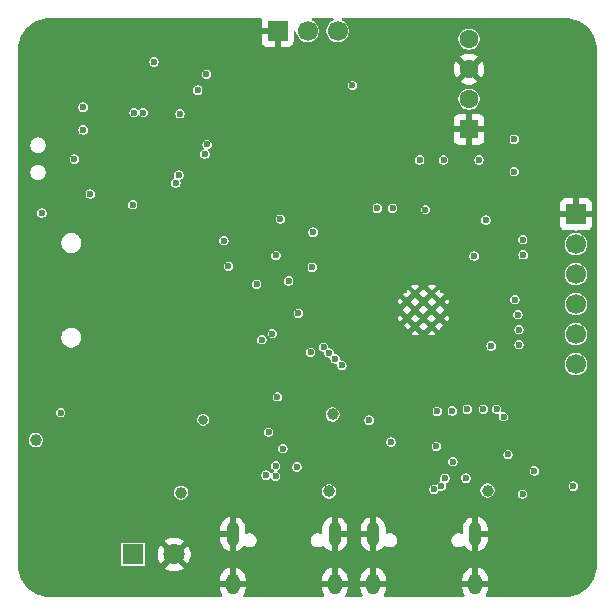
<source format=gbr>
%TF.GenerationSoftware,KiCad,Pcbnew,9.0.5*%
%TF.CreationDate,2025-10-14T15:47:48-07:00*%
%TF.ProjectId,lightspeed_r1,6c696768-7473-4706-9565-645f72312e6b,rev?*%
%TF.SameCoordinates,Original*%
%TF.FileFunction,Copper,L2,Inr*%
%TF.FilePolarity,Positive*%
%FSLAX46Y46*%
G04 Gerber Fmt 4.6, Leading zero omitted, Abs format (unit mm)*
G04 Created by KiCad (PCBNEW 9.0.5) date 2025-10-14 15:47:48*
%MOMM*%
%LPD*%
G01*
G04 APERTURE LIST*
%TA.AperFunction,ComponentPad*%
%ADD10R,1.700000X1.700000*%
%TD*%
%TA.AperFunction,ComponentPad*%
%ADD11C,1.700000*%
%TD*%
%TA.AperFunction,ComponentPad*%
%ADD12R,1.800000X1.800000*%
%TD*%
%TA.AperFunction,ComponentPad*%
%ADD13C,1.800000*%
%TD*%
%TA.AperFunction,ComponentPad*%
%ADD14O,1.100000X2.000000*%
%TD*%
%TA.AperFunction,ComponentPad*%
%ADD15O,1.200000X1.800000*%
%TD*%
%TA.AperFunction,ComponentPad*%
%ADD16R,1.600000X1.600000*%
%TD*%
%TA.AperFunction,ComponentPad*%
%ADD17C,1.600000*%
%TD*%
%TA.AperFunction,ComponentPad*%
%ADD18C,0.450000*%
%TD*%
%TA.AperFunction,ViaPad*%
%ADD19C,0.600000*%
%TD*%
%TA.AperFunction,ViaPad*%
%ADD20C,0.700000*%
%TD*%
%TA.AperFunction,ViaPad*%
%ADD21C,6.400000*%
%TD*%
%TA.AperFunction,ViaPad*%
%ADD22C,1.000000*%
%TD*%
%TA.AperFunction,ViaPad*%
%ADD23C,0.800000*%
%TD*%
G04 APERTURE END LIST*
D10*
%TO.N,GND*%
%TO.C,J4*%
X23710000Y8370000D03*
D11*
%TO.N,GPIO48*%
X23710000Y5830000D03*
%TO.N,GPIO14*%
X23710000Y3290000D03*
%TO.N,GPIO46*%
X23710000Y750000D03*
%TO.N,GPIO3*%
X23710000Y-1790000D03*
%TO.N,GPIO20*%
X23710000Y-4330000D03*
%TD*%
D12*
%TO.N,5V*%
%TO.C,J1*%
X-13800000Y-20430000D03*
D13*
%TO.N,GND*%
X-10300000Y-20430000D03*
%TD*%
D14*
%TO.N,GND*%
%TO.C,USB1*%
X-5340000Y-18710000D03*
D15*
X-5340000Y-22920000D03*
D14*
X3300000Y-18710000D03*
D15*
X3300000Y-22920000D03*
%TD*%
D16*
%TO.N,GND*%
%TO.C,U5*%
X14672500Y15570000D03*
D17*
%TO.N,5V*%
X14672500Y18110000D03*
%TO.N,GND*%
X14672500Y20650000D03*
%TO.N,Net-(U5-+Vo)*%
X14672500Y23190000D03*
%TD*%
D18*
%TO.N,GND*%
%TO.C,U14*%
X9410000Y-420000D03*
X9410000Y980000D03*
X10110000Y-1120000D03*
X10110000Y280000D03*
X10110000Y1680000D03*
X10810000Y-420000D03*
X10810000Y980000D03*
X11510000Y-1120000D03*
X11510000Y280000D03*
X11510000Y1680000D03*
X12210000Y-420000D03*
X12210000Y980000D03*
%TD*%
D14*
%TO.N,GND*%
%TO.C,USB2*%
X6560100Y-18710000D03*
D15*
X6560100Y-22920000D03*
D14*
X15200100Y-18710000D03*
D15*
X15200100Y-22920000D03*
%TD*%
D10*
%TO.N,GND*%
%TO.C,J3*%
X-1540000Y23880000D03*
D11*
%TO.N,Net-(J3-Pin_2)*%
X1000000Y23880000D03*
%TO.N,Net-(J3-Pin_3)*%
X3540000Y23880000D03*
%TD*%
D19*
%TO.N,3V3*%
X-1300000Y7970000D03*
D20*
%TO.N,GND*%
X-5212500Y18947500D03*
D19*
X11620000Y3130000D03*
X-16300000Y17980000D03*
X19460000Y15320000D03*
D20*
X-4712500Y19747500D03*
D19*
X5090000Y7470000D03*
X-3800000Y-11560000D03*
X-4000000Y-13920000D03*
D20*
X5287500Y17667500D03*
D19*
X-6860000Y-16530000D03*
X17930000Y5690000D03*
X-9950000Y17980000D03*
X21030000Y-9120000D03*
X-4750000Y-16790000D03*
X-20650000Y3390000D03*
D21*
X22300000Y-20820000D03*
D19*
X15360000Y3790000D03*
X9950000Y-16190000D03*
X7600000Y15080000D03*
D20*
X-5712500Y18147500D03*
D21*
X-20300000Y-20820000D03*
D20*
X-5712500Y19747500D03*
X-5412500Y23067500D03*
X-13734375Y13345625D03*
D19*
X7900000Y-5040000D03*
D21*
X-20300000Y21780000D03*
D19*
X-15510000Y1810000D03*
X2250000Y-190000D03*
X50000Y-9730000D03*
D20*
X-15015625Y12064375D03*
D21*
X22300000Y21780000D03*
D19*
X1330000Y7580000D03*
D20*
X-12434375Y12083125D03*
D19*
X-15100000Y-3120000D03*
X-3740000Y-3280000D03*
X-19500000Y13890000D03*
D20*
X-4712500Y18147500D03*
D19*
X-8580000Y-13170000D03*
D20*
X-1787500Y17647500D03*
D19*
X18680000Y-10590000D03*
D20*
X-14984375Y14633125D03*
D19*
X14130000Y-300000D03*
X9330000Y8610000D03*
X-2000000Y12280000D03*
X17480000Y-4700000D03*
X4780000Y4350000D03*
X-19200000Y11280000D03*
X10190000Y-8780000D03*
X-750000Y4480000D03*
X14100000Y8510000D03*
X17990000Y23970000D03*
X8500000Y3210000D03*
X1680000Y-6370000D03*
X12700000Y-4660000D03*
X5000000Y-10440000D03*
X15260000Y-16210000D03*
X710000Y-14720000D03*
X-13000000Y6880000D03*
X-6230000Y9540000D03*
D20*
X-12465625Y14614375D03*
D19*
X3100000Y12580000D03*
X7900000Y20280000D03*
X-11700000Y-17520000D03*
X2100000Y2480000D03*
X-6720000Y12600000D03*
X-4300000Y3790000D03*
X10312600Y-12770000D03*
X-9400000Y-11010000D03*
X-5520000Y15160000D03*
X4560000Y-20940000D03*
%TO.N,/BOOT0*%
X-18750000Y13030000D03*
X-21500000Y8480000D03*
D22*
%TO.N,5V*%
X2810000Y-15100000D03*
X16240000Y-15020000D03*
D19*
X11900100Y-11282500D03*
X11700000Y-14919000D03*
X-2300000Y-10072500D03*
D22*
X-9710000Y-15210000D03*
D19*
X-2500000Y-13720000D03*
D22*
X-22005025Y-10745025D03*
D19*
%TO.N,/RTS*%
X17973554Y-11967500D03*
X19200000Y-15320000D03*
%TO.N,/DTR*%
X23500000Y-14657500D03*
X20200000Y-13357500D03*
%TO.N,CAM.RST*%
X8060000Y-10920000D03*
X1258199Y-3321801D03*
X17590000Y-8770000D03*
%TO.N,3V3*%
X10500000Y12980000D03*
X-13800000Y9180000D03*
D23*
X-7840000Y-9030000D03*
D19*
X-19900000Y-8420000D03*
X216396Y-20000D03*
X4800000Y19280000D03*
X-17400000Y10080000D03*
X12510000Y12980000D03*
X-9800000Y16880000D03*
X-12000000Y21280000D03*
X18500000Y14720000D03*
X-1680000Y4880000D03*
X-18000000Y15520000D03*
X-8300000Y18880000D03*
X-7558946Y20221054D03*
X-2870000Y-2250000D03*
X-1550000Y-7080000D03*
X15510000Y12980000D03*
X-5700000Y3972892D03*
D22*
X3130000Y-8580000D03*
D19*
X6210000Y-9060000D03*
%TO.N,UART0_TXD_ESP32*%
X12635429Y-13984571D03*
X6900000Y8880000D03*
%TO.N,UART0_RXD_ESP32*%
X8200000Y8880000D03*
X12335699Y-14625937D03*
%TO.N,I2C_SCL*%
X3339268Y-3867059D03*
%TO.N,I2C_SDA*%
X3921294Y-4430460D03*
%TO.N,2V8*%
X-3310000Y2450000D03*
X-1980000Y-1730000D03*
%TO.N,1V2*%
X-6085982Y6136743D03*
X-593968Y2728054D03*
%TO.N,USART2_RX_STM32*%
X-9900000Y11680000D03*
X-1700000Y-13820000D03*
%TO.N,USART2_TX_STM32*%
X-10151286Y11026656D03*
X-1700000Y-12920000D03*
%TO.N,USART1_TX_STM32_ESP32*%
X-13700000Y16980000D03*
X-7500000Y14280000D03*
%TO.N,USART1_RX_STM32_ESP32*%
X-12900000Y16980000D03*
X-7700000Y13480000D03*
%TO.N,CAM.PCLK*%
X1400000Y3880000D03*
X17000000Y-8120000D03*
%TO.N,CAM.PWDN*%
X1480000Y6850000D03*
X15110000Y4830000D03*
%TO.N,CAM.Y7*%
X15881801Y-8138199D03*
%TO.N,CAM.VSYNC*%
X2831801Y-3384896D03*
%TO.N,CAM.HREF*%
X2355417Y-2872000D03*
%TO.N,CAM.Y6*%
X16540000Y-2770000D03*
%TO.N,CAM.Y5*%
X18900000Y-1395000D03*
%TO.N,CAM.Y4*%
X18550000Y1150000D03*
%TO.N,CAM.Y8*%
X14520000Y-8140000D03*
%TO.N,CAM.XCLK*%
X13250000Y-8270000D03*
%TO.N,CAM.Y3*%
X18800000Y-125000D03*
%TO.N,CAM.Y2*%
X18900000Y-2665000D03*
%TO.N,CAM.Y9*%
X11980000Y-8320000D03*
%TO.N,Net-(D3-A2)*%
X14400100Y-13970000D03*
X13300100Y-12574259D03*
%TO.N,Net-(D4-A2)*%
X-1098528Y-11470001D03*
X100000Y-13020000D03*
%TO.N,CHIP_PU*%
X16100000Y7880000D03*
X18500000Y11980000D03*
%TO.N,BUTTON_WIFI*%
X-18000000Y17431782D03*
X19250000Y4940000D03*
%TO.N,STM32_RESET*%
X19220000Y6230000D03*
X10980000Y8770000D03*
%TD*%
%TA.AperFunction,Conductor*%
%TO.N,GND*%
G36*
X-2939325Y24959815D02*
G01*
X-2893570Y24907011D01*
X-2883075Y24842244D01*
X-2889999Y24777844D01*
X-2890000Y24777827D01*
X-2890000Y24130000D01*
X-1973012Y24130000D01*
X-2005925Y24072993D01*
X-2040000Y23945826D01*
X-2040000Y23814174D01*
X-2005925Y23687007D01*
X-1973012Y23630000D01*
X-2890000Y23630000D01*
X-2890000Y22982172D01*
X-2889999Y22982155D01*
X-2883598Y22922627D01*
X-2883596Y22922620D01*
X-2833354Y22787913D01*
X-2833350Y22787906D01*
X-2747190Y22672812D01*
X-2747187Y22672809D01*
X-2632093Y22586649D01*
X-2632086Y22586645D01*
X-2497379Y22536403D01*
X-2497372Y22536401D01*
X-2437844Y22530000D01*
X-1790000Y22530000D01*
X-1790000Y23446988D01*
X-1732993Y23414075D01*
X-1605826Y23380000D01*
X-1474174Y23380000D01*
X-1347007Y23414075D01*
X-1290000Y23446988D01*
X-1290000Y22530000D01*
X-642155Y22530000D01*
X-582627Y22536401D01*
X-582620Y22536403D01*
X-447913Y22586645D01*
X-447906Y22586649D01*
X-332812Y22672809D01*
X-332809Y22672812D01*
X-246649Y22787906D01*
X-246645Y22787913D01*
X-196403Y22922620D01*
X-196401Y22922627D01*
X-190000Y22982155D01*
X-190000Y23731437D01*
X-170315Y23798476D01*
X-117511Y23844231D01*
X-48353Y23854175D01*
X15203Y23825150D01*
X52977Y23766372D01*
X55617Y23755628D01*
X86025Y23602756D01*
X86027Y23602748D01*
X157676Y23429771D01*
X157681Y23429762D01*
X261697Y23274092D01*
X261700Y23274088D01*
X394088Y23141700D01*
X394092Y23141697D01*
X549762Y23037681D01*
X549771Y23037676D01*
X722748Y22966027D01*
X722756Y22966025D01*
X906379Y22929500D01*
X906384Y22929500D01*
X1093620Y22929500D01*
X1277243Y22966025D01*
X1277251Y22966027D01*
X1450228Y23037676D01*
X1450237Y23037681D01*
X1605907Y23141697D01*
X1605911Y23141700D01*
X1738299Y23274088D01*
X1738302Y23274092D01*
X1842318Y23429762D01*
X1842323Y23429771D01*
X1863087Y23479901D01*
X1913973Y23602749D01*
X1950500Y23786384D01*
X1950500Y23973616D01*
X1913973Y24157251D01*
X1842322Y24330231D01*
X1738302Y24485908D01*
X1605908Y24618302D01*
X1450231Y24722322D01*
X1405286Y24740939D01*
X1350883Y24784780D01*
X1328818Y24851074D01*
X1346097Y24918773D01*
X1397234Y24966384D01*
X1452739Y24979500D01*
X3087261Y24979500D01*
X3154300Y24959815D01*
X3200055Y24907011D01*
X3209999Y24837853D01*
X3180974Y24774297D01*
X3134714Y24740939D01*
X3089771Y24722323D01*
X3089762Y24722318D01*
X2934092Y24618302D01*
X2934088Y24618299D01*
X2801700Y24485911D01*
X2801697Y24485907D01*
X2697681Y24330237D01*
X2697676Y24330228D01*
X2626027Y24157251D01*
X2626025Y24157243D01*
X2589500Y23973620D01*
X2589500Y23786379D01*
X2626025Y23602756D01*
X2626027Y23602748D01*
X2697676Y23429771D01*
X2697681Y23429762D01*
X2801697Y23274092D01*
X2801700Y23274088D01*
X2934088Y23141700D01*
X2934092Y23141697D01*
X3089762Y23037681D01*
X3089771Y23037676D01*
X3262748Y22966027D01*
X3262756Y22966025D01*
X3446379Y22929500D01*
X3446384Y22929500D01*
X3633620Y22929500D01*
X3817243Y22966025D01*
X3817251Y22966027D01*
X3990228Y23037676D01*
X3990237Y23037681D01*
X4145907Y23141697D01*
X4145911Y23141700D01*
X4278299Y23274088D01*
X4278305Y23274096D01*
X4281378Y23278695D01*
X13772000Y23278695D01*
X13772000Y23101304D01*
X13806603Y22927341D01*
X13806606Y22927332D01*
X13874483Y22763459D01*
X13874490Y22763446D01*
X13973035Y22615965D01*
X13973038Y22615961D01*
X14098461Y22490538D01*
X14098465Y22490535D01*
X14245946Y22391990D01*
X14245959Y22391983D01*
X14409832Y22324106D01*
X14409841Y22324103D01*
X14583804Y22289500D01*
X14583809Y22289500D01*
X14761195Y22289500D01*
X14935158Y22324103D01*
X14935167Y22324106D01*
X15099040Y22391983D01*
X15099053Y22391990D01*
X15246534Y22490535D01*
X15246538Y22490538D01*
X15371961Y22615961D01*
X15371964Y22615965D01*
X15470509Y22763446D01*
X15470516Y22763459D01*
X15538393Y22927332D01*
X15538396Y22927341D01*
X15572999Y23101304D01*
X15573000Y23101306D01*
X15573000Y23278693D01*
X15572999Y23278695D01*
X15538396Y23452658D01*
X15538394Y23452661D01*
X15538394Y23452666D01*
X15470513Y23616547D01*
X15371964Y23764035D01*
X15246535Y23889464D01*
X15099047Y23988013D01*
X14935166Y24055894D01*
X14935161Y24055894D01*
X14935158Y24055896D01*
X14761194Y24090500D01*
X14761191Y24090500D01*
X14583809Y24090500D01*
X14583806Y24090500D01*
X14409841Y24055896D01*
X14409836Y24055894D01*
X14409834Y24055894D01*
X14409832Y24055893D01*
X14245959Y23988016D01*
X14245946Y23988009D01*
X14098465Y23889464D01*
X14098461Y23889461D01*
X13973038Y23764038D01*
X13973035Y23764034D01*
X13874490Y23616553D01*
X13874483Y23616540D01*
X13806606Y23452667D01*
X13806603Y23452658D01*
X13772000Y23278695D01*
X4281378Y23278695D01*
X4331477Y23353673D01*
X4331477Y23353674D01*
X4382318Y23429763D01*
X4382323Y23429771D01*
X4403087Y23479901D01*
X4453973Y23602749D01*
X4490500Y23786384D01*
X4490500Y23973616D01*
X4453973Y24157251D01*
X4382322Y24330231D01*
X4278302Y24485908D01*
X4145908Y24618302D01*
X3990231Y24722322D01*
X3945286Y24740939D01*
X3890883Y24784780D01*
X3868818Y24851074D01*
X3886097Y24918773D01*
X3937234Y24966384D01*
X3992739Y24979500D01*
X22734108Y24979500D01*
X22796519Y24979500D01*
X22803472Y24979305D01*
X23095296Y24962916D01*
X23109114Y24961359D01*
X23393827Y24912984D01*
X23407384Y24909890D01*
X23684899Y24829939D01*
X23698024Y24825346D01*
X23964834Y24714830D01*
X23977362Y24708797D01*
X24230125Y24569100D01*
X24241899Y24561702D01*
X24477430Y24394584D01*
X24488302Y24385914D01*
X24703642Y24193475D01*
X24713475Y24183642D01*
X24905914Y23968302D01*
X24914584Y23957430D01*
X25081702Y23721899D01*
X25089100Y23710125D01*
X25228797Y23457362D01*
X25234830Y23444834D01*
X25345346Y23178024D01*
X25349939Y23164899D01*
X25429890Y22887384D01*
X25432984Y22873827D01*
X25481359Y22589114D01*
X25482916Y22575296D01*
X25499305Y22283472D01*
X25499500Y22276519D01*
X25499500Y-21316519D01*
X25499305Y-21323472D01*
X25482916Y-21615296D01*
X25481359Y-21629114D01*
X25432984Y-21913827D01*
X25429890Y-21927384D01*
X25349939Y-22204899D01*
X25345346Y-22218024D01*
X25234830Y-22484834D01*
X25228797Y-22497362D01*
X25089100Y-22750125D01*
X25081702Y-22761899D01*
X24914584Y-22997430D01*
X24905914Y-23008302D01*
X24713475Y-23223642D01*
X24703642Y-23233475D01*
X24488302Y-23425914D01*
X24477430Y-23434584D01*
X24241899Y-23601702D01*
X24230125Y-23609100D01*
X23977362Y-23748797D01*
X23964834Y-23754830D01*
X23698024Y-23865346D01*
X23684899Y-23869939D01*
X23407384Y-23949890D01*
X23393827Y-23952984D01*
X23109114Y-24001359D01*
X23095296Y-24002916D01*
X22803472Y-24019305D01*
X22796519Y-24019500D01*
X16222267Y-24019500D01*
X16155228Y-23999815D01*
X16109473Y-23947011D01*
X16099529Y-23877853D01*
X16121949Y-23822614D01*
X16140903Y-23796525D01*
X16219508Y-23642257D01*
X16273014Y-23477584D01*
X16300100Y-23306571D01*
X16300100Y-23170000D01*
X15500100Y-23170000D01*
X15500100Y-22670000D01*
X16300100Y-22670000D01*
X16300100Y-22533428D01*
X16273014Y-22362415D01*
X16219508Y-22197742D01*
X16140904Y-22043475D01*
X16039132Y-21903397D01*
X15916702Y-21780967D01*
X15776624Y-21679195D01*
X15622357Y-21600591D01*
X15457689Y-21547087D01*
X15457681Y-21547085D01*
X15450100Y-21545884D01*
X15450100Y-22453012D01*
X15440160Y-22435796D01*
X15384305Y-22379941D01*
X15315896Y-22340445D01*
X15239596Y-22320001D01*
X15160604Y-22320001D01*
X15084304Y-22340445D01*
X15015895Y-22379941D01*
X14960040Y-22435796D01*
X14950100Y-22453012D01*
X14950100Y-21545884D01*
X14950099Y-21545884D01*
X14942518Y-21547085D01*
X14942510Y-21547087D01*
X14777842Y-21600591D01*
X14623575Y-21679195D01*
X14483497Y-21780967D01*
X14361067Y-21903397D01*
X14259295Y-22043475D01*
X14180691Y-22197742D01*
X14127185Y-22362415D01*
X14100100Y-22533428D01*
X14100100Y-22670000D01*
X14900100Y-22670000D01*
X14900100Y-23170000D01*
X14100100Y-23170000D01*
X14100100Y-23306571D01*
X14127185Y-23477584D01*
X14180691Y-23642257D01*
X14259296Y-23796525D01*
X14278251Y-23822614D01*
X14301731Y-23888420D01*
X14285906Y-23956474D01*
X14235800Y-24005169D01*
X14177933Y-24019500D01*
X7582267Y-24019500D01*
X7515228Y-23999815D01*
X7469473Y-23947011D01*
X7459529Y-23877853D01*
X7481949Y-23822614D01*
X7500903Y-23796525D01*
X7579508Y-23642257D01*
X7633014Y-23477584D01*
X7660100Y-23306571D01*
X7660100Y-23170000D01*
X6860100Y-23170000D01*
X6860100Y-22670000D01*
X7660100Y-22670000D01*
X7660100Y-22533428D01*
X7633014Y-22362415D01*
X7579508Y-22197742D01*
X7500904Y-22043475D01*
X7399132Y-21903397D01*
X7276702Y-21780967D01*
X7136624Y-21679195D01*
X6982357Y-21600591D01*
X6817689Y-21547087D01*
X6817681Y-21547085D01*
X6810100Y-21545884D01*
X6810100Y-22453012D01*
X6800160Y-22435796D01*
X6744305Y-22379941D01*
X6675896Y-22340445D01*
X6599596Y-22320001D01*
X6520604Y-22320001D01*
X6444304Y-22340445D01*
X6375895Y-22379941D01*
X6320040Y-22435796D01*
X6310100Y-22453012D01*
X6310100Y-21545884D01*
X6310099Y-21545884D01*
X6302518Y-21547085D01*
X6302510Y-21547087D01*
X6137842Y-21600591D01*
X5983575Y-21679195D01*
X5843497Y-21780967D01*
X5721067Y-21903397D01*
X5619295Y-22043475D01*
X5540691Y-22197742D01*
X5487185Y-22362415D01*
X5460100Y-22533428D01*
X5460100Y-22670000D01*
X6260100Y-22670000D01*
X6260100Y-23170000D01*
X5460100Y-23170000D01*
X5460100Y-23306571D01*
X5487185Y-23477584D01*
X5540691Y-23642257D01*
X5619296Y-23796525D01*
X5638251Y-23822614D01*
X5661731Y-23888420D01*
X5645906Y-23956474D01*
X5595800Y-24005169D01*
X5537933Y-24019500D01*
X4322167Y-24019500D01*
X4255128Y-23999815D01*
X4209373Y-23947011D01*
X4199429Y-23877853D01*
X4221849Y-23822614D01*
X4240803Y-23796525D01*
X4319408Y-23642257D01*
X4372914Y-23477584D01*
X4400000Y-23306571D01*
X4400000Y-23170000D01*
X3600000Y-23170000D01*
X3600000Y-22670000D01*
X4400000Y-22670000D01*
X4400000Y-22533428D01*
X4372914Y-22362415D01*
X4319408Y-22197742D01*
X4240804Y-22043475D01*
X4139032Y-21903397D01*
X4016602Y-21780967D01*
X3876524Y-21679195D01*
X3722257Y-21600591D01*
X3557589Y-21547087D01*
X3557581Y-21547085D01*
X3550000Y-21545884D01*
X3550000Y-22453012D01*
X3540060Y-22435796D01*
X3484205Y-22379941D01*
X3415796Y-22340445D01*
X3339496Y-22320001D01*
X3260504Y-22320001D01*
X3184204Y-22340445D01*
X3115795Y-22379941D01*
X3059940Y-22435796D01*
X3050000Y-22453012D01*
X3050000Y-21545884D01*
X3049999Y-21545884D01*
X3042418Y-21547085D01*
X3042410Y-21547087D01*
X2877742Y-21600591D01*
X2723475Y-21679195D01*
X2583397Y-21780967D01*
X2460967Y-21903397D01*
X2359195Y-22043475D01*
X2280591Y-22197742D01*
X2227085Y-22362415D01*
X2200000Y-22533428D01*
X2200000Y-22670000D01*
X3000000Y-22670000D01*
X3000000Y-23170000D01*
X2200000Y-23170000D01*
X2200000Y-23306571D01*
X2227085Y-23477584D01*
X2280591Y-23642257D01*
X2359196Y-23796525D01*
X2378151Y-23822614D01*
X2401631Y-23888420D01*
X2385806Y-23956474D01*
X2335700Y-24005169D01*
X2277833Y-24019500D01*
X-4317833Y-24019500D01*
X-4384872Y-23999815D01*
X-4430627Y-23947011D01*
X-4440571Y-23877853D01*
X-4418151Y-23822614D01*
X-4399196Y-23796525D01*
X-4320591Y-23642257D01*
X-4267085Y-23477584D01*
X-4240000Y-23306571D01*
X-4240000Y-23170000D01*
X-5040000Y-23170000D01*
X-5040000Y-22670000D01*
X-4240000Y-22670000D01*
X-4240000Y-22533428D01*
X-4267085Y-22362415D01*
X-4320591Y-22197742D01*
X-4399195Y-22043475D01*
X-4500967Y-21903397D01*
X-4623397Y-21780967D01*
X-4763475Y-21679195D01*
X-4917742Y-21600591D01*
X-5082410Y-21547087D01*
X-5082418Y-21547085D01*
X-5089999Y-21545884D01*
X-5090000Y-21545884D01*
X-5090000Y-22453012D01*
X-5099940Y-22435796D01*
X-5155795Y-22379941D01*
X-5224204Y-22340445D01*
X-5300504Y-22320001D01*
X-5379496Y-22320001D01*
X-5455796Y-22340445D01*
X-5524205Y-22379941D01*
X-5580060Y-22435796D01*
X-5590000Y-22453012D01*
X-5590000Y-21545884D01*
X-5597581Y-21547085D01*
X-5597589Y-21547087D01*
X-5762257Y-21600591D01*
X-5916524Y-21679195D01*
X-6056602Y-21780967D01*
X-6179032Y-21903397D01*
X-6280804Y-22043475D01*
X-6359408Y-22197742D01*
X-6412914Y-22362415D01*
X-6440000Y-22533428D01*
X-6440000Y-22670000D01*
X-5640000Y-22670000D01*
X-5640000Y-23170000D01*
X-6440000Y-23170000D01*
X-6440000Y-23306571D01*
X-6412914Y-23477584D01*
X-6359408Y-23642257D01*
X-6280803Y-23796525D01*
X-6261849Y-23822614D01*
X-6238369Y-23888420D01*
X-6254194Y-23956474D01*
X-6304300Y-24005169D01*
X-6362167Y-24019500D01*
X-20796519Y-24019500D01*
X-20803472Y-24019305D01*
X-21095296Y-24002916D01*
X-21109114Y-24001359D01*
X-21393827Y-23952984D01*
X-21407384Y-23949890D01*
X-21684900Y-23869939D01*
X-21698024Y-23865346D01*
X-21964833Y-23754831D01*
X-21977362Y-23748798D01*
X-22230125Y-23609100D01*
X-22241899Y-23601702D01*
X-22477430Y-23434584D01*
X-22488302Y-23425914D01*
X-22703642Y-23233475D01*
X-22713475Y-23223642D01*
X-22905914Y-23008302D01*
X-22914584Y-22997430D01*
X-23081702Y-22761899D01*
X-23089100Y-22750125D01*
X-23178407Y-22588537D01*
X-23228798Y-22497362D01*
X-23234831Y-22484833D01*
X-23345346Y-22218024D01*
X-23349939Y-22204900D01*
X-23429890Y-21927384D01*
X-23432984Y-21913827D01*
X-23481359Y-21629114D01*
X-23482916Y-21615296D01*
X-23499305Y-21323472D01*
X-23499500Y-21316519D01*
X-23499500Y-19520101D01*
X-14800500Y-19520101D01*
X-14800499Y-21339898D01*
X-14794669Y-21369213D01*
X-14772457Y-21402457D01*
X-14739213Y-21424669D01*
X-14709899Y-21430500D01*
X-12890102Y-21430499D01*
X-12860787Y-21424669D01*
X-12860784Y-21424667D01*
X-12827542Y-21402457D01*
X-12805332Y-21369214D01*
X-12805331Y-21369213D01*
X-12805330Y-21369211D01*
X-12805329Y-21369208D01*
X-12799500Y-21339901D01*
X-12799500Y-20910119D01*
X-12799500Y-20319818D01*
X-11700000Y-20319818D01*
X-11700000Y-20540181D01*
X-11665526Y-20757835D01*
X-11597432Y-20967410D01*
X-11497386Y-21163760D01*
X-11451066Y-21227513D01*
X-11451066Y-21227514D01*
X-10864612Y-20641060D01*
X-10859111Y-20661591D01*
X-10780119Y-20798408D01*
X-10668408Y-20910119D01*
X-10531591Y-20989111D01*
X-10511059Y-20994612D01*
X-11097514Y-21581066D01*
X-11033760Y-21627386D01*
X-10837410Y-21727432D01*
X-10627835Y-21795526D01*
X-10410181Y-21830000D01*
X-10189819Y-21830000D01*
X-9972164Y-21795526D01*
X-9762589Y-21727432D01*
X-9566243Y-21627388D01*
X-9502485Y-21581066D01*
X-9502485Y-21581065D01*
X-10088939Y-20994612D01*
X-10068409Y-20989111D01*
X-9931592Y-20910119D01*
X-9819881Y-20798408D01*
X-9740889Y-20661591D01*
X-9735387Y-20641058D01*
X-9148932Y-21227513D01*
X-9102611Y-21163756D01*
X-9002567Y-20967410D01*
X-8934473Y-20757835D01*
X-8900000Y-20540181D01*
X-8900000Y-20319818D01*
X-8934473Y-20102164D01*
X-9002567Y-19892589D01*
X-9102616Y-19696233D01*
X-9148931Y-19632485D01*
X-9148932Y-19632485D01*
X-9735387Y-20218940D01*
X-9740889Y-20198409D01*
X-9819881Y-20061592D01*
X-9931592Y-19949881D01*
X-10068409Y-19870889D01*
X-10088940Y-19865387D01*
X-9502485Y-19278932D01*
X-9502485Y-19278931D01*
X-9566233Y-19232616D01*
X-9762589Y-19132567D01*
X-9972164Y-19064473D01*
X-10182804Y-19031111D01*
X-10182804Y-19031110D01*
X-10189818Y-19030000D01*
X-10410181Y-19030000D01*
X-10627835Y-19064473D01*
X-10837410Y-19132567D01*
X-11033756Y-19232611D01*
X-11097513Y-19278932D01*
X-10511057Y-19865387D01*
X-10531591Y-19870889D01*
X-10668408Y-19949881D01*
X-10780119Y-20061592D01*
X-10859111Y-20198409D01*
X-10864612Y-20218939D01*
X-11451065Y-19632485D01*
X-11451066Y-19632485D01*
X-11497388Y-19696243D01*
X-11597432Y-19892589D01*
X-11665526Y-20102164D01*
X-11700000Y-20319818D01*
X-12799500Y-20319818D01*
X-12799501Y-19520102D01*
X-12799501Y-19520101D01*
X-12799501Y-19520097D01*
X-12805330Y-19490787D01*
X-12827542Y-19457542D01*
X-12860784Y-19435332D01*
X-12860791Y-19435329D01*
X-12890098Y-19429500D01*
X-14709894Y-19429500D01*
X-14709902Y-19429501D01*
X-14739212Y-19435330D01*
X-14772457Y-19457542D01*
X-14781972Y-19471784D01*
X-14794669Y-19490787D01*
X-14800500Y-19520101D01*
X-23499500Y-19520101D01*
X-23499500Y-18156583D01*
X-6390000Y-18156583D01*
X-6390000Y-18460000D01*
X-5640000Y-18460000D01*
X-5640000Y-18960000D01*
X-6390000Y-18960000D01*
X-6390000Y-19263417D01*
X-6389999Y-19263420D01*
X-6349651Y-19466266D01*
X-6349649Y-19466274D01*
X-6270499Y-19657358D01*
X-6270494Y-19657368D01*
X-6155589Y-19829335D01*
X-6155586Y-19829339D01*
X-6009339Y-19975586D01*
X-6009335Y-19975589D01*
X-5837368Y-20090494D01*
X-5837358Y-20090499D01*
X-5646276Y-20169648D01*
X-5646274Y-20169649D01*
X-5590000Y-20180842D01*
X-5590000Y-19326987D01*
X-5580060Y-19344204D01*
X-5524205Y-19400059D01*
X-5455796Y-19439555D01*
X-5379496Y-19459999D01*
X-5300504Y-19459999D01*
X-5224204Y-19439555D01*
X-5155795Y-19400059D01*
X-5099940Y-19344204D01*
X-5090000Y-19326987D01*
X-5090000Y-20180842D01*
X-5033725Y-20169649D01*
X-5033723Y-20169648D01*
X-4842641Y-20090499D01*
X-4842631Y-20090494D01*
X-4670664Y-19975589D01*
X-4670660Y-19975586D01*
X-4524413Y-19829339D01*
X-4524407Y-19829331D01*
X-4466357Y-19742453D01*
X-4412745Y-19697647D01*
X-4343420Y-19688940D01*
X-4285861Y-19716477D01*
X-4285166Y-19715571D01*
X-4280875Y-19718863D01*
X-4280393Y-19719094D01*
X-4279622Y-19719824D01*
X-4278719Y-19720516D01*
X-4278716Y-19720520D01*
X-4141784Y-19799577D01*
X-3989057Y-19840500D01*
X-3989055Y-19840500D01*
X-3830945Y-19840500D01*
X-3830943Y-19840500D01*
X-3678216Y-19799577D01*
X-3579273Y-19742453D01*
X-3541290Y-19720524D01*
X-3541286Y-19720521D01*
X-3541284Y-19720520D01*
X-3429480Y-19608716D01*
X-3429479Y-19608714D01*
X-3429475Y-19608709D01*
X-3350426Y-19471790D01*
X-3350423Y-19471783D01*
X-3348944Y-19466266D01*
X-3309500Y-19319057D01*
X-3309500Y-19160943D01*
X1269500Y-19160943D01*
X1269500Y-19319057D01*
X1308945Y-19466266D01*
X1310423Y-19471783D01*
X1310426Y-19471790D01*
X1389475Y-19608709D01*
X1389479Y-19608714D01*
X1389480Y-19608716D01*
X1501284Y-19720520D01*
X1501286Y-19720521D01*
X1501290Y-19720524D01*
X1539273Y-19742453D01*
X1638216Y-19799577D01*
X1790943Y-19840500D01*
X1790945Y-19840500D01*
X1949055Y-19840500D01*
X1949057Y-19840500D01*
X2101784Y-19799577D01*
X2238716Y-19720520D01*
X2238719Y-19720516D01*
X2245166Y-19715571D01*
X2246711Y-19717585D01*
X2296874Y-19690182D01*
X2366566Y-19695153D01*
X2422508Y-19737014D01*
X2426357Y-19742453D01*
X2484407Y-19829331D01*
X2484413Y-19829339D01*
X2630660Y-19975586D01*
X2630664Y-19975589D01*
X2802631Y-20090494D01*
X2802641Y-20090499D01*
X2993723Y-20169648D01*
X2993725Y-20169649D01*
X3050000Y-20180842D01*
X3050000Y-19326999D01*
X3059940Y-19344216D01*
X3115795Y-19400071D01*
X3184204Y-19439567D01*
X3260504Y-19460011D01*
X3339496Y-19460011D01*
X3415796Y-19439567D01*
X3484205Y-19400071D01*
X3540060Y-19344216D01*
X3550000Y-19326999D01*
X3550000Y-20180842D01*
X3606274Y-20169649D01*
X3606276Y-20169648D01*
X3797358Y-20090499D01*
X3797368Y-20090494D01*
X3969335Y-19975589D01*
X3969339Y-19975586D01*
X4115586Y-19829339D01*
X4115589Y-19829335D01*
X4230494Y-19657368D01*
X4230499Y-19657358D01*
X4309649Y-19466274D01*
X4309651Y-19466266D01*
X4349999Y-19263420D01*
X4350000Y-19263417D01*
X4350000Y-18960000D01*
X3600000Y-18960000D01*
X3600000Y-18460000D01*
X4350000Y-18460000D01*
X4350000Y-18156583D01*
X4349999Y-18156579D01*
X5510100Y-18156579D01*
X5510100Y-18460000D01*
X6260100Y-18460000D01*
X6260100Y-18960000D01*
X5510100Y-18960000D01*
X5510100Y-19263420D01*
X5550448Y-19466266D01*
X5550450Y-19466274D01*
X5629600Y-19657358D01*
X5629605Y-19657368D01*
X5744510Y-19829335D01*
X5744513Y-19829339D01*
X5890760Y-19975586D01*
X5890764Y-19975589D01*
X6062731Y-20090494D01*
X6062741Y-20090499D01*
X6253823Y-20169648D01*
X6253825Y-20169649D01*
X6310100Y-20180842D01*
X6310100Y-19326987D01*
X6320040Y-19344204D01*
X6375895Y-19400059D01*
X6444304Y-19439555D01*
X6520604Y-19459999D01*
X6599596Y-19459999D01*
X6675896Y-19439555D01*
X6744305Y-19400059D01*
X6800160Y-19344204D01*
X6810100Y-19326987D01*
X6810100Y-20180842D01*
X6866374Y-20169649D01*
X6866376Y-20169648D01*
X7057458Y-20090499D01*
X7057468Y-20090494D01*
X7229435Y-19975589D01*
X7229439Y-19975586D01*
X7375686Y-19829339D01*
X7375692Y-19829331D01*
X7433743Y-19742453D01*
X7487355Y-19697647D01*
X7556680Y-19688940D01*
X7614243Y-19716480D01*
X7614939Y-19715574D01*
X7619226Y-19718864D01*
X7619707Y-19719094D01*
X7620475Y-19719822D01*
X7621381Y-19720517D01*
X7621384Y-19720520D01*
X7621387Y-19720521D01*
X7621390Y-19720524D01*
X7659373Y-19742453D01*
X7758316Y-19799577D01*
X7911043Y-19840500D01*
X7911045Y-19840500D01*
X8069155Y-19840500D01*
X8069157Y-19840500D01*
X8221884Y-19799577D01*
X8358816Y-19720520D01*
X8470620Y-19608716D01*
X8549677Y-19471784D01*
X8590600Y-19319057D01*
X8590600Y-19160943D01*
X13169600Y-19160943D01*
X13169600Y-19319057D01*
X13209045Y-19466266D01*
X13210523Y-19471783D01*
X13210526Y-19471790D01*
X13289575Y-19608709D01*
X13289579Y-19608714D01*
X13289580Y-19608716D01*
X13401384Y-19720520D01*
X13401386Y-19720521D01*
X13401390Y-19720524D01*
X13439373Y-19742453D01*
X13538316Y-19799577D01*
X13691043Y-19840500D01*
X13691045Y-19840500D01*
X13849155Y-19840500D01*
X13849157Y-19840500D01*
X14001884Y-19799577D01*
X14138816Y-19720520D01*
X14138819Y-19720516D01*
X14145266Y-19715571D01*
X14146811Y-19717585D01*
X14196974Y-19690182D01*
X14266666Y-19695153D01*
X14322608Y-19737014D01*
X14326457Y-19742453D01*
X14384507Y-19829331D01*
X14384513Y-19829339D01*
X14530760Y-19975586D01*
X14530764Y-19975589D01*
X14702731Y-20090494D01*
X14702741Y-20090499D01*
X14893823Y-20169648D01*
X14893825Y-20169649D01*
X14950100Y-20180842D01*
X14950100Y-19326999D01*
X14960040Y-19344216D01*
X15015895Y-19400071D01*
X15084304Y-19439567D01*
X15160604Y-19460011D01*
X15239596Y-19460011D01*
X15315896Y-19439567D01*
X15384305Y-19400071D01*
X15440160Y-19344216D01*
X15450100Y-19326999D01*
X15450100Y-20180842D01*
X15506374Y-20169649D01*
X15506376Y-20169648D01*
X15697458Y-20090499D01*
X15697468Y-20090494D01*
X15869435Y-19975589D01*
X15869439Y-19975586D01*
X16015686Y-19829339D01*
X16015689Y-19829335D01*
X16130594Y-19657368D01*
X16130599Y-19657358D01*
X16209749Y-19466274D01*
X16209751Y-19466266D01*
X16250099Y-19263420D01*
X16250100Y-19263417D01*
X16250100Y-18960000D01*
X15500100Y-18960000D01*
X15500100Y-18460000D01*
X16250100Y-18460000D01*
X16250100Y-18156583D01*
X16250099Y-18156579D01*
X16209751Y-17953733D01*
X16209749Y-17953725D01*
X16130599Y-17762641D01*
X16130594Y-17762631D01*
X16015689Y-17590664D01*
X16015686Y-17590660D01*
X15869439Y-17444413D01*
X15869435Y-17444410D01*
X15697468Y-17329505D01*
X15697458Y-17329500D01*
X15506372Y-17250349D01*
X15506367Y-17250347D01*
X15450100Y-17239155D01*
X15450100Y-18093000D01*
X15440160Y-18075784D01*
X15384305Y-18019929D01*
X15315896Y-17980433D01*
X15239596Y-17959989D01*
X15160604Y-17959989D01*
X15084304Y-17980433D01*
X15015895Y-18019929D01*
X14960040Y-18075784D01*
X14950100Y-18093000D01*
X14950100Y-17239156D01*
X14950099Y-17239155D01*
X14893832Y-17250347D01*
X14893827Y-17250349D01*
X14702741Y-17329500D01*
X14702731Y-17329505D01*
X14530764Y-17444410D01*
X14530760Y-17444413D01*
X14384513Y-17590660D01*
X14384510Y-17590664D01*
X14269605Y-17762631D01*
X14269600Y-17762641D01*
X14190450Y-17953725D01*
X14190448Y-17953733D01*
X14150100Y-18156579D01*
X14150100Y-18558537D01*
X14130415Y-18625576D01*
X14077611Y-18671331D01*
X14008453Y-18681275D01*
X13994007Y-18678312D01*
X13910172Y-18655849D01*
X13849157Y-18639500D01*
X13691043Y-18639500D01*
X13538316Y-18680423D01*
X13538309Y-18680426D01*
X13401390Y-18759475D01*
X13401382Y-18759481D01*
X13289581Y-18871282D01*
X13289575Y-18871290D01*
X13210526Y-19008209D01*
X13210523Y-19008216D01*
X13169600Y-19160943D01*
X8590600Y-19160943D01*
X8549677Y-19008216D01*
X8521840Y-18960000D01*
X8470624Y-18871290D01*
X8470618Y-18871282D01*
X8358817Y-18759481D01*
X8358809Y-18759475D01*
X8221890Y-18680426D01*
X8221886Y-18680424D01*
X8221884Y-18680423D01*
X8069157Y-18639500D01*
X7911043Y-18639500D01*
X7766193Y-18678312D01*
X7696343Y-18676649D01*
X7638481Y-18637486D01*
X7610977Y-18573258D01*
X7610100Y-18558537D01*
X7610100Y-18156583D01*
X7610099Y-18156579D01*
X7569751Y-17953733D01*
X7569749Y-17953725D01*
X7490599Y-17762641D01*
X7490594Y-17762631D01*
X7375689Y-17590664D01*
X7375686Y-17590660D01*
X7229439Y-17444413D01*
X7229435Y-17444410D01*
X7057468Y-17329505D01*
X7057458Y-17329500D01*
X6866372Y-17250349D01*
X6866367Y-17250347D01*
X6810100Y-17239155D01*
X6810100Y-18093012D01*
X6800160Y-18075796D01*
X6744305Y-18019941D01*
X6675896Y-17980445D01*
X6599596Y-17960001D01*
X6520604Y-17960001D01*
X6444304Y-17980445D01*
X6375895Y-18019941D01*
X6320040Y-18075796D01*
X6310100Y-18093012D01*
X6310100Y-17239156D01*
X6310099Y-17239155D01*
X6253832Y-17250347D01*
X6253827Y-17250349D01*
X6062741Y-17329500D01*
X6062731Y-17329505D01*
X5890764Y-17444410D01*
X5890760Y-17444413D01*
X5744513Y-17590660D01*
X5744510Y-17590664D01*
X5629605Y-17762631D01*
X5629600Y-17762641D01*
X5550450Y-17953725D01*
X5550448Y-17953733D01*
X5510100Y-18156579D01*
X4349999Y-18156579D01*
X4309651Y-17953733D01*
X4309649Y-17953725D01*
X4230499Y-17762641D01*
X4230494Y-17762631D01*
X4115589Y-17590664D01*
X4115586Y-17590660D01*
X3969339Y-17444413D01*
X3969335Y-17444410D01*
X3797368Y-17329505D01*
X3797358Y-17329500D01*
X3606272Y-17250349D01*
X3606267Y-17250347D01*
X3550000Y-17239155D01*
X3550000Y-18093000D01*
X3540060Y-18075784D01*
X3484205Y-18019929D01*
X3415796Y-17980433D01*
X3339496Y-17959989D01*
X3260504Y-17959989D01*
X3184204Y-17980433D01*
X3115795Y-18019929D01*
X3059940Y-18075784D01*
X3050000Y-18093000D01*
X3050000Y-17239156D01*
X3049999Y-17239155D01*
X2993732Y-17250347D01*
X2993727Y-17250349D01*
X2802641Y-17329500D01*
X2802631Y-17329505D01*
X2630664Y-17444410D01*
X2630660Y-17444413D01*
X2484413Y-17590660D01*
X2484410Y-17590664D01*
X2369505Y-17762631D01*
X2369500Y-17762641D01*
X2290350Y-17953725D01*
X2290348Y-17953733D01*
X2250000Y-18156579D01*
X2250000Y-18558537D01*
X2230315Y-18625576D01*
X2177511Y-18671331D01*
X2108353Y-18681275D01*
X2093907Y-18678312D01*
X2010072Y-18655849D01*
X1949057Y-18639500D01*
X1790943Y-18639500D01*
X1638216Y-18680423D01*
X1638209Y-18680426D01*
X1501290Y-18759475D01*
X1501282Y-18759481D01*
X1389481Y-18871282D01*
X1389475Y-18871290D01*
X1310426Y-19008209D01*
X1310423Y-19008216D01*
X1269500Y-19160943D01*
X-3309500Y-19160943D01*
X-3350423Y-19008216D01*
X-3350426Y-19008209D01*
X-3429475Y-18871290D01*
X-3429481Y-18871282D01*
X-3541282Y-18759481D01*
X-3541290Y-18759475D01*
X-3678209Y-18680426D01*
X-3678216Y-18680423D01*
X-3830943Y-18639500D01*
X-3989057Y-18639500D01*
X-4050072Y-18655849D01*
X-4133907Y-18678312D01*
X-4203757Y-18676649D01*
X-4261619Y-18637486D01*
X-4289123Y-18573258D01*
X-4290000Y-18558537D01*
X-4290000Y-18156579D01*
X-4330348Y-17953733D01*
X-4330350Y-17953725D01*
X-4409500Y-17762641D01*
X-4409505Y-17762631D01*
X-4524410Y-17590664D01*
X-4524413Y-17590660D01*
X-4670660Y-17444413D01*
X-4670664Y-17444410D01*
X-4842631Y-17329505D01*
X-4842641Y-17329500D01*
X-5033727Y-17250349D01*
X-5033732Y-17250347D01*
X-5089999Y-17239155D01*
X-5090000Y-17239156D01*
X-5090000Y-18093012D01*
X-5099940Y-18075796D01*
X-5155795Y-18019941D01*
X-5224204Y-17980445D01*
X-5300504Y-17960001D01*
X-5379496Y-17960001D01*
X-5455796Y-17980445D01*
X-5524205Y-18019941D01*
X-5580060Y-18075796D01*
X-5590000Y-18093012D01*
X-5590000Y-17239155D01*
X-5646267Y-17250347D01*
X-5646272Y-17250349D01*
X-5837358Y-17329500D01*
X-5837368Y-17329505D01*
X-6009335Y-17444410D01*
X-6009339Y-17444413D01*
X-6155586Y-17590660D01*
X-6155589Y-17590664D01*
X-6270494Y-17762631D01*
X-6270499Y-17762641D01*
X-6349649Y-17953725D01*
X-6349651Y-17953733D01*
X-6389999Y-18156579D01*
X-6390000Y-18156583D01*
X-23499500Y-18156583D01*
X-23499500Y-15130943D01*
X-10310500Y-15130943D01*
X-10310500Y-15289057D01*
X-10269577Y-15441784D01*
X-10190520Y-15578716D01*
X-10078716Y-15690520D01*
X-9941784Y-15769577D01*
X-9789057Y-15810500D01*
X-9789055Y-15810500D01*
X-9630945Y-15810500D01*
X-9630943Y-15810500D01*
X-9478216Y-15769577D01*
X-9393211Y-15720500D01*
X-9341290Y-15690524D01*
X-9341286Y-15690521D01*
X-9341284Y-15690520D01*
X-9229480Y-15578716D01*
X-9229479Y-15578714D01*
X-9229475Y-15578709D01*
X-9150426Y-15441790D01*
X-9150423Y-15441783D01*
X-9136203Y-15388716D01*
X-9109500Y-15289057D01*
X-9109500Y-15130943D01*
X-9138974Y-15020943D01*
X2209500Y-15020943D01*
X2209500Y-15179057D01*
X2247132Y-15319499D01*
X2250423Y-15331783D01*
X2250426Y-15331790D01*
X2329475Y-15468709D01*
X2329479Y-15468714D01*
X2329480Y-15468716D01*
X2441284Y-15580520D01*
X2441286Y-15580521D01*
X2441290Y-15580524D01*
X2578209Y-15659573D01*
X2578216Y-15659577D01*
X2730943Y-15700500D01*
X2730945Y-15700500D01*
X2889055Y-15700500D01*
X2889057Y-15700500D01*
X3041784Y-15659577D01*
X3178716Y-15580520D01*
X3290520Y-15468716D01*
X3369577Y-15331784D01*
X3410500Y-15179057D01*
X3410500Y-15020943D01*
X3369577Y-14868216D01*
X3368455Y-14866273D01*
X11299500Y-14866273D01*
X11299500Y-14971727D01*
X11322617Y-15057999D01*
X11326793Y-15073586D01*
X11326794Y-15073589D01*
X11327082Y-15074087D01*
X11379520Y-15164913D01*
X11454087Y-15239480D01*
X11545413Y-15292207D01*
X11647273Y-15319500D01*
X11647275Y-15319500D01*
X11752725Y-15319500D01*
X11752727Y-15319500D01*
X11854587Y-15292207D01*
X11945913Y-15239480D01*
X12020480Y-15164913D01*
X12073207Y-15073587D01*
X12073207Y-15073586D01*
X12077271Y-15066548D01*
X12080581Y-15068459D01*
X12112492Y-15027659D01*
X12178458Y-15004632D01*
X12216772Y-15008699D01*
X12282972Y-15026437D01*
X12282975Y-15026437D01*
X12388424Y-15026437D01*
X12388426Y-15026437D01*
X12490286Y-14999144D01*
X12581612Y-14946417D01*
X12587086Y-14940943D01*
X15639500Y-14940943D01*
X15639500Y-15099057D01*
X15680423Y-15251782D01*
X15680423Y-15251783D01*
X15680426Y-15251790D01*
X15759475Y-15388709D01*
X15759479Y-15388714D01*
X15759480Y-15388716D01*
X15871284Y-15500520D01*
X15871286Y-15500521D01*
X15871290Y-15500524D01*
X16006725Y-15578716D01*
X16008216Y-15579577D01*
X16160943Y-15620500D01*
X16160945Y-15620500D01*
X16319055Y-15620500D01*
X16319057Y-15620500D01*
X16471784Y-15579577D01*
X16608716Y-15500520D01*
X16720520Y-15388716D01*
X16790635Y-15267273D01*
X18799500Y-15267273D01*
X18799500Y-15372727D01*
X18826793Y-15474587D01*
X18879520Y-15565913D01*
X18954087Y-15640480D01*
X19045413Y-15693207D01*
X19147273Y-15720500D01*
X19147275Y-15720500D01*
X19252725Y-15720500D01*
X19252727Y-15720500D01*
X19354587Y-15693207D01*
X19445913Y-15640480D01*
X19520480Y-15565913D01*
X19573207Y-15474587D01*
X19600500Y-15372727D01*
X19600500Y-15267273D01*
X19573207Y-15165413D01*
X19520480Y-15074087D01*
X19445913Y-14999520D01*
X19354587Y-14946793D01*
X19252727Y-14919500D01*
X19147273Y-14919500D01*
X19045413Y-14946793D01*
X19045410Y-14946794D01*
X18954085Y-14999521D01*
X18879521Y-15074085D01*
X18826794Y-15165410D01*
X18826793Y-15165413D01*
X18799500Y-15267273D01*
X16790635Y-15267273D01*
X16799577Y-15251784D01*
X16840500Y-15099057D01*
X16840500Y-14940943D01*
X16799577Y-14788216D01*
X16720520Y-14651284D01*
X16674009Y-14604773D01*
X23099500Y-14604773D01*
X23099500Y-14710227D01*
X23126793Y-14812087D01*
X23179520Y-14903413D01*
X23254087Y-14977980D01*
X23345413Y-15030707D01*
X23447273Y-15058000D01*
X23447275Y-15058000D01*
X23552725Y-15058000D01*
X23552727Y-15058000D01*
X23654587Y-15030707D01*
X23745913Y-14977980D01*
X23820480Y-14903413D01*
X23873207Y-14812087D01*
X23900500Y-14710227D01*
X23900500Y-14604773D01*
X23873207Y-14502913D01*
X23820480Y-14411587D01*
X23745913Y-14337020D01*
X23654587Y-14284293D01*
X23552727Y-14257000D01*
X23447273Y-14257000D01*
X23345413Y-14284293D01*
X23345410Y-14284294D01*
X23254085Y-14337021D01*
X23179521Y-14411585D01*
X23126794Y-14502910D01*
X23126793Y-14502913D01*
X23099500Y-14604773D01*
X16674009Y-14604773D01*
X16608716Y-14539480D01*
X16608714Y-14539479D01*
X16608709Y-14539475D01*
X16471790Y-14460426D01*
X16471786Y-14460424D01*
X16471784Y-14460423D01*
X16319057Y-14419500D01*
X16160943Y-14419500D01*
X16008216Y-14460423D01*
X16008209Y-14460426D01*
X15871290Y-14539475D01*
X15871282Y-14539481D01*
X15759481Y-14651282D01*
X15759475Y-14651290D01*
X15680426Y-14788209D01*
X15680423Y-14788216D01*
X15639500Y-14940943D01*
X12587086Y-14940943D01*
X12656179Y-14871850D01*
X12708906Y-14780524D01*
X12736199Y-14678664D01*
X12736199Y-14573210D01*
X12717762Y-14504401D01*
X12719425Y-14434553D01*
X12758588Y-14376691D01*
X12783055Y-14361977D01*
X12782977Y-14361842D01*
X12790016Y-14357778D01*
X12881342Y-14305051D01*
X12955909Y-14230484D01*
X13008636Y-14139158D01*
X13035929Y-14037298D01*
X13035929Y-13931844D01*
X13032025Y-13917273D01*
X13999600Y-13917273D01*
X13999600Y-14022727D01*
X14018485Y-14093205D01*
X14026893Y-14124586D01*
X14026894Y-14124589D01*
X14035307Y-14139160D01*
X14079620Y-14215913D01*
X14154187Y-14290480D01*
X14245513Y-14343207D01*
X14347373Y-14370500D01*
X14347375Y-14370500D01*
X14452825Y-14370500D01*
X14452827Y-14370500D01*
X14554687Y-14343207D01*
X14646013Y-14290480D01*
X14720580Y-14215913D01*
X14773307Y-14124587D01*
X14800600Y-14022727D01*
X14800600Y-13917273D01*
X14773307Y-13815413D01*
X14720580Y-13724087D01*
X14646013Y-13649520D01*
X14554687Y-13596793D01*
X14452827Y-13569500D01*
X14347373Y-13569500D01*
X14245513Y-13596793D01*
X14245510Y-13596794D01*
X14154185Y-13649521D01*
X14079621Y-13724085D01*
X14026894Y-13815410D01*
X14026893Y-13815413D01*
X13999600Y-13917273D01*
X13032025Y-13917273D01*
X13008636Y-13829984D01*
X12955909Y-13738658D01*
X12881342Y-13664091D01*
X12790016Y-13611364D01*
X12688156Y-13584071D01*
X12582702Y-13584071D01*
X12480842Y-13611364D01*
X12480839Y-13611365D01*
X12389514Y-13664092D01*
X12314950Y-13738656D01*
X12262223Y-13829981D01*
X12262222Y-13829984D01*
X12234929Y-13931844D01*
X12234929Y-14037299D01*
X12253365Y-14106105D01*
X12251702Y-14175955D01*
X12212539Y-14233817D01*
X12188073Y-14248530D01*
X12188151Y-14248666D01*
X12089784Y-14305458D01*
X12015220Y-14380022D01*
X11958428Y-14478389D01*
X11955377Y-14476627D01*
X11921518Y-14518465D01*
X11855178Y-14540391D01*
X11818920Y-14536236D01*
X11752727Y-14518500D01*
X11647273Y-14518500D01*
X11545413Y-14545793D01*
X11545410Y-14545794D01*
X11454085Y-14598521D01*
X11379521Y-14673085D01*
X11326794Y-14764410D01*
X11326793Y-14764413D01*
X11299500Y-14866273D01*
X3368455Y-14866273D01*
X3290524Y-14731290D01*
X3290518Y-14731282D01*
X3178717Y-14619481D01*
X3178709Y-14619475D01*
X3041790Y-14540426D01*
X3041786Y-14540424D01*
X3041784Y-14540423D01*
X2889057Y-14499500D01*
X2730943Y-14499500D01*
X2578216Y-14540423D01*
X2578209Y-14540426D01*
X2441290Y-14619475D01*
X2441282Y-14619481D01*
X2329481Y-14731282D01*
X2329475Y-14731290D01*
X2250426Y-14868209D01*
X2250423Y-14868216D01*
X2209500Y-15020943D01*
X-9138974Y-15020943D01*
X-9150423Y-14978216D01*
X-9150424Y-14978214D01*
X-9150426Y-14978209D01*
X-9229475Y-14841290D01*
X-9229481Y-14841282D01*
X-9341282Y-14729481D01*
X-9341290Y-14729475D01*
X-9478209Y-14650426D01*
X-9478216Y-14650423D01*
X-9630943Y-14609500D01*
X-9789057Y-14609500D01*
X-9941784Y-14650423D01*
X-9941786Y-14650424D01*
X-9941790Y-14650426D01*
X-10078709Y-14729475D01*
X-10078717Y-14729481D01*
X-10190518Y-14841282D01*
X-10190524Y-14841290D01*
X-10235678Y-14919500D01*
X-10269577Y-14978216D01*
X-10310500Y-15130943D01*
X-23499500Y-15130943D01*
X-23499500Y-13667273D01*
X-2900500Y-13667273D01*
X-2900500Y-13772727D01*
X-2873207Y-13874587D01*
X-2820480Y-13965913D01*
X-2745913Y-14040480D01*
X-2654587Y-14093207D01*
X-2552727Y-14120500D01*
X-2552725Y-14120500D01*
X-2447275Y-14120500D01*
X-2447273Y-14120500D01*
X-2345413Y-14093207D01*
X-2254087Y-14040480D01*
X-2229563Y-14015956D01*
X-2168240Y-13982471D01*
X-2098548Y-13987455D01*
X-2042615Y-14029327D01*
X-2034500Y-14041628D01*
X-2020480Y-14065913D01*
X-1945913Y-14140480D01*
X-1854587Y-14193207D01*
X-1752727Y-14220500D01*
X-1752725Y-14220500D01*
X-1647275Y-14220500D01*
X-1647273Y-14220500D01*
X-1545413Y-14193207D01*
X-1454087Y-14140480D01*
X-1379520Y-14065913D01*
X-1326793Y-13974587D01*
X-1299500Y-13872727D01*
X-1299500Y-13767273D01*
X-1326793Y-13665413D01*
X-1326794Y-13665410D01*
X-1379521Y-13574085D01*
X-1454084Y-13499522D01*
X-1456086Y-13498366D01*
X-1492425Y-13477385D01*
X-1540639Y-13426820D01*
X-1553861Y-13358212D01*
X-1527893Y-13293348D01*
X-1492426Y-13262615D01*
X-1454087Y-13240480D01*
X-1379520Y-13165913D01*
X-1326793Y-13074587D01*
X-1299500Y-12972727D01*
X-1299500Y-12967273D01*
X-300500Y-12967273D01*
X-300500Y-13072727D01*
X-273207Y-13174587D01*
X-220480Y-13265913D01*
X-145913Y-13340480D01*
X-54587Y-13393207D01*
X47273Y-13420500D01*
X47275Y-13420500D01*
X152725Y-13420500D01*
X152727Y-13420500D01*
X254587Y-13393207D01*
X345913Y-13340480D01*
X381620Y-13304773D01*
X19799500Y-13304773D01*
X19799500Y-13410227D01*
X19826793Y-13512087D01*
X19879520Y-13603413D01*
X19954087Y-13677980D01*
X20045413Y-13730707D01*
X20147273Y-13758000D01*
X20147275Y-13758000D01*
X20252725Y-13758000D01*
X20252727Y-13758000D01*
X20354587Y-13730707D01*
X20445913Y-13677980D01*
X20520480Y-13603413D01*
X20573207Y-13512087D01*
X20600500Y-13410227D01*
X20600500Y-13304773D01*
X20573207Y-13202913D01*
X20520480Y-13111587D01*
X20445913Y-13037020D01*
X20354587Y-12984293D01*
X20252727Y-12957000D01*
X20147273Y-12957000D01*
X20045413Y-12984293D01*
X20045410Y-12984294D01*
X19954085Y-13037021D01*
X19879521Y-13111585D01*
X19826794Y-13202910D01*
X19826793Y-13202913D01*
X19799500Y-13304773D01*
X381620Y-13304773D01*
X420480Y-13265913D01*
X435165Y-13240478D01*
X438533Y-13234645D01*
X456853Y-13202913D01*
X473207Y-13174587D01*
X500500Y-13072727D01*
X500500Y-12967273D01*
X473207Y-12865413D01*
X420480Y-12774087D01*
X345913Y-12699520D01*
X254587Y-12646793D01*
X152727Y-12619500D01*
X47273Y-12619500D01*
X-54587Y-12646793D01*
X-145913Y-12699520D01*
X-220480Y-12774087D01*
X-273207Y-12865413D01*
X-300500Y-12967273D01*
X-1299500Y-12967273D01*
X-1299500Y-12867273D01*
X-1326793Y-12765413D01*
X-1326794Y-12765410D01*
X-1379521Y-12674085D01*
X-1454085Y-12599521D01*
X-1545410Y-12546794D01*
X-1545413Y-12546793D01*
X-1639689Y-12521532D01*
X12899600Y-12521532D01*
X12899600Y-12626986D01*
X12926893Y-12728846D01*
X12979620Y-12820172D01*
X13054187Y-12894739D01*
X13145513Y-12947466D01*
X13247373Y-12974759D01*
X13247375Y-12974759D01*
X13352825Y-12974759D01*
X13352827Y-12974759D01*
X13454687Y-12947466D01*
X13546013Y-12894739D01*
X13620580Y-12820172D01*
X13673307Y-12728846D01*
X13700600Y-12626986D01*
X13700600Y-12521532D01*
X13673307Y-12419672D01*
X13620580Y-12328346D01*
X13546013Y-12253779D01*
X13454687Y-12201052D01*
X13352827Y-12173759D01*
X13247373Y-12173759D01*
X13145513Y-12201052D01*
X13145510Y-12201053D01*
X13054185Y-12253780D01*
X12979621Y-12328344D01*
X12926894Y-12419669D01*
X12926893Y-12419672D01*
X12899600Y-12521532D01*
X-1639689Y-12521532D01*
X-1647273Y-12519500D01*
X-1752727Y-12519500D01*
X-1854587Y-12546793D01*
X-1945913Y-12599520D01*
X-2020480Y-12674087D01*
X-2073207Y-12765413D01*
X-2100500Y-12867273D01*
X-2100500Y-12972727D01*
X-2073207Y-13074587D01*
X-2020480Y-13165913D01*
X-1945913Y-13240480D01*
X-1907574Y-13262614D01*
X-1884467Y-13286848D01*
X-1860779Y-13310509D01*
X-1860444Y-13312042D01*
X-1859361Y-13313179D01*
X-1853020Y-13346074D01*
X-1845887Y-13378774D01*
X-1846434Y-13380243D01*
X-1846137Y-13381786D01*
X-1858582Y-13412872D01*
X-1870265Y-13444252D01*
X-1871629Y-13445464D01*
X-1872105Y-13446651D01*
X-1895207Y-13469224D01*
X-1901137Y-13473668D01*
X-1945913Y-13499520D01*
X-1976685Y-13530292D01*
X-1983748Y-13535586D01*
X-2008539Y-13544849D01*
X-2031759Y-13557528D01*
X-2040751Y-13556884D01*
X-2049198Y-13560041D01*
X-2075057Y-13554431D01*
X-2101451Y-13552544D01*
X-2108669Y-13547140D01*
X-2117480Y-13545229D01*
X-2136201Y-13526529D01*
X-2157384Y-13510672D01*
X-2165502Y-13498366D01*
X-2179521Y-13474085D01*
X-2254085Y-13399521D01*
X-2345410Y-13346794D01*
X-2345413Y-13346793D01*
X-2447273Y-13319500D01*
X-2552727Y-13319500D01*
X-2654587Y-13346793D01*
X-2745913Y-13399520D01*
X-2820480Y-13474087D01*
X-2873207Y-13565413D01*
X-2900500Y-13667273D01*
X-23499500Y-13667273D01*
X-23499500Y-11914773D01*
X17573054Y-11914773D01*
X17573054Y-12020227D01*
X17600347Y-12122087D01*
X17653074Y-12213413D01*
X17727641Y-12287980D01*
X17818967Y-12340707D01*
X17920827Y-12368000D01*
X17920829Y-12368000D01*
X18026279Y-12368000D01*
X18026281Y-12368000D01*
X18128141Y-12340707D01*
X18219467Y-12287980D01*
X18294034Y-12213413D01*
X18346761Y-12122087D01*
X18374054Y-12020227D01*
X18374054Y-11914773D01*
X18346761Y-11812913D01*
X18294034Y-11721587D01*
X18219467Y-11647020D01*
X18128141Y-11594293D01*
X18026281Y-11567000D01*
X17920827Y-11567000D01*
X17818967Y-11594293D01*
X17818964Y-11594294D01*
X17727639Y-11647021D01*
X17653075Y-11721585D01*
X17600348Y-11812910D01*
X17600347Y-11812913D01*
X17573054Y-11914773D01*
X-23499500Y-11914773D01*
X-23499500Y-11417274D01*
X-1499028Y-11417274D01*
X-1499028Y-11522728D01*
X-1471735Y-11624588D01*
X-1419008Y-11715914D01*
X-1344441Y-11790481D01*
X-1253115Y-11843208D01*
X-1151255Y-11870501D01*
X-1151253Y-11870501D01*
X-1045803Y-11870501D01*
X-1045801Y-11870501D01*
X-943941Y-11843208D01*
X-852615Y-11790481D01*
X-778048Y-11715914D01*
X-725321Y-11624588D01*
X-698028Y-11522728D01*
X-698028Y-11417274D01*
X-725321Y-11315414D01*
X-725322Y-11315411D01*
X-778049Y-11224086D01*
X-852613Y-11149522D01*
X-943938Y-11096795D01*
X-943941Y-11096794D01*
X-1045801Y-11069501D01*
X-1151255Y-11069501D01*
X-1253115Y-11096794D01*
X-1344441Y-11149521D01*
X-1419008Y-11224088D01*
X-1471735Y-11315414D01*
X-1499028Y-11417274D01*
X-23499500Y-11417274D01*
X-23499500Y-10665968D01*
X-22605525Y-10665968D01*
X-22605525Y-10824082D01*
X-22564602Y-10976809D01*
X-22485545Y-11113741D01*
X-22373741Y-11225545D01*
X-22236809Y-11304602D01*
X-22084082Y-11345525D01*
X-22084080Y-11345525D01*
X-21925970Y-11345525D01*
X-21925968Y-11345525D01*
X-21773241Y-11304602D01*
X-21772198Y-11304000D01*
X-21768316Y-11301759D01*
X-21636312Y-11225547D01*
X-21636310Y-11225546D01*
X-21636309Y-11225545D01*
X-21524505Y-11113741D01*
X-21524504Y-11113739D01*
X-21524500Y-11113734D01*
X-21445451Y-10976815D01*
X-21445448Y-10976810D01*
X-21416098Y-10867273D01*
X7659500Y-10867273D01*
X7659500Y-10972727D01*
X7686793Y-11074587D01*
X7739520Y-11165913D01*
X7814087Y-11240480D01*
X7905413Y-11293207D01*
X8007273Y-11320500D01*
X8007275Y-11320500D01*
X8112725Y-11320500D01*
X8112727Y-11320500D01*
X8214587Y-11293207D01*
X8305913Y-11240480D01*
X8316620Y-11229773D01*
X11499600Y-11229773D01*
X11499600Y-11335227D01*
X11526893Y-11437087D01*
X11579620Y-11528413D01*
X11654187Y-11602980D01*
X11745513Y-11655707D01*
X11847373Y-11683000D01*
X11847375Y-11683000D01*
X11952825Y-11683000D01*
X11952827Y-11683000D01*
X12054687Y-11655707D01*
X12146013Y-11602980D01*
X12220580Y-11528413D01*
X12273307Y-11437087D01*
X12300600Y-11335227D01*
X12300600Y-11229773D01*
X12273307Y-11127913D01*
X12220580Y-11036587D01*
X12146013Y-10962020D01*
X12054687Y-10909293D01*
X11952827Y-10882000D01*
X11847373Y-10882000D01*
X11745513Y-10909293D01*
X11745510Y-10909294D01*
X11654185Y-10962021D01*
X11579621Y-11036585D01*
X11526894Y-11127910D01*
X11526893Y-11127913D01*
X11499600Y-11229773D01*
X8316620Y-11229773D01*
X8380480Y-11165913D01*
X8433207Y-11074587D01*
X8460500Y-10972727D01*
X8460500Y-10867273D01*
X8433207Y-10765413D01*
X8380480Y-10674087D01*
X8305913Y-10599520D01*
X8214587Y-10546793D01*
X8112727Y-10519500D01*
X8007273Y-10519500D01*
X7905413Y-10546793D01*
X7905410Y-10546794D01*
X7814085Y-10599521D01*
X7739521Y-10674085D01*
X7686794Y-10765410D01*
X7686793Y-10765413D01*
X7659500Y-10867273D01*
X-21416098Y-10867273D01*
X-21405321Y-10827052D01*
X-21405320Y-10827051D01*
X-21404525Y-10824084D01*
X-21404525Y-10665968D01*
X-21445448Y-10513241D01*
X-21445451Y-10513234D01*
X-21524500Y-10376315D01*
X-21524506Y-10376307D01*
X-21636307Y-10264506D01*
X-21636315Y-10264500D01*
X-21773234Y-10185451D01*
X-21773241Y-10185448D01*
X-21925968Y-10144525D01*
X-22084082Y-10144525D01*
X-22236809Y-10185448D01*
X-22236811Y-10185449D01*
X-22236815Y-10185451D01*
X-22373734Y-10264500D01*
X-22373742Y-10264506D01*
X-22485543Y-10376307D01*
X-22485549Y-10376315D01*
X-22541369Y-10473000D01*
X-22564602Y-10513241D01*
X-22605525Y-10665968D01*
X-23499500Y-10665968D01*
X-23499500Y-10019773D01*
X-2700500Y-10019773D01*
X-2700500Y-10125227D01*
X-2673207Y-10227087D01*
X-2620480Y-10318413D01*
X-2545913Y-10392980D01*
X-2454587Y-10445707D01*
X-2352727Y-10473000D01*
X-2352725Y-10473000D01*
X-2247275Y-10473000D01*
X-2247273Y-10473000D01*
X-2145413Y-10445707D01*
X-2054087Y-10392980D01*
X-1979520Y-10318413D01*
X-1926793Y-10227087D01*
X-1899500Y-10125227D01*
X-1899500Y-10019773D01*
X-1926793Y-9917913D01*
X-1926794Y-9917910D01*
X-1979521Y-9826585D01*
X-2054085Y-9752021D01*
X-2145410Y-9699294D01*
X-2145413Y-9699293D01*
X-2247273Y-9672000D01*
X-2352727Y-9672000D01*
X-2454587Y-9699293D01*
X-2545913Y-9752020D01*
X-2620480Y-9826587D01*
X-2673207Y-9917913D01*
X-2700500Y-10019773D01*
X-23499500Y-10019773D01*
X-23499500Y-8964108D01*
X-8340500Y-8964108D01*
X-8340500Y-9095892D01*
X-8306392Y-9223186D01*
X-8240500Y-9337314D01*
X-8147314Y-9430500D01*
X-8033186Y-9496392D01*
X-7905892Y-9530500D01*
X-7905890Y-9530500D01*
X-7774110Y-9530500D01*
X-7774108Y-9530500D01*
X-7646814Y-9496392D01*
X-7532686Y-9430500D01*
X-7439500Y-9337314D01*
X-7406554Y-9280250D01*
X-7373608Y-9223187D01*
X-7344011Y-9112726D01*
X-7339500Y-9095892D01*
X-7339500Y-8964108D01*
X-7343624Y-8948716D01*
X-7373608Y-8836812D01*
X-7439500Y-8722686D01*
X-7439502Y-8722683D01*
X-7532683Y-8629502D01*
X-7532686Y-8629500D01*
X-7583430Y-8600203D01*
X-7583431Y-8600201D01*
X-7646810Y-8563609D01*
X-7774108Y-8529500D01*
X-7905892Y-8529500D01*
X-7940223Y-8538699D01*
X-8033187Y-8563608D01*
X-8052206Y-8574589D01*
X-8147314Y-8629500D01*
X-8240500Y-8722686D01*
X-8306392Y-8836814D01*
X-8340500Y-8964108D01*
X-23499500Y-8964108D01*
X-23499500Y-8367273D01*
X-20300500Y-8367273D01*
X-20300500Y-8472727D01*
X-20273207Y-8574587D01*
X-20220480Y-8665913D01*
X-20145913Y-8740480D01*
X-20054587Y-8793207D01*
X-19952727Y-8820500D01*
X-19952725Y-8820500D01*
X-19847275Y-8820500D01*
X-19847273Y-8820500D01*
X-19745413Y-8793207D01*
X-19654087Y-8740480D01*
X-19579520Y-8665913D01*
X-19526793Y-8574587D01*
X-19507060Y-8500943D01*
X2529500Y-8500943D01*
X2529500Y-8659057D01*
X2565446Y-8793207D01*
X2570423Y-8811783D01*
X2570426Y-8811790D01*
X2649475Y-8948709D01*
X2649479Y-8948714D01*
X2649480Y-8948716D01*
X2761284Y-9060520D01*
X2761286Y-9060521D01*
X2761290Y-9060524D01*
X2851708Y-9112726D01*
X2898216Y-9139577D01*
X3050943Y-9180500D01*
X3050945Y-9180500D01*
X3209055Y-9180500D01*
X3209057Y-9180500D01*
X3361784Y-9139577D01*
X3498716Y-9060520D01*
X3551963Y-9007273D01*
X5809500Y-9007273D01*
X5809500Y-9112727D01*
X5836793Y-9214587D01*
X5889520Y-9305913D01*
X5964087Y-9380480D01*
X6055413Y-9433207D01*
X6157273Y-9460500D01*
X6157275Y-9460500D01*
X6262725Y-9460500D01*
X6262727Y-9460500D01*
X6364587Y-9433207D01*
X6455913Y-9380480D01*
X6530480Y-9305913D01*
X6583207Y-9214587D01*
X6610500Y-9112727D01*
X6610500Y-9007273D01*
X6583207Y-8905413D01*
X6530480Y-8814087D01*
X6455913Y-8739520D01*
X6389059Y-8700922D01*
X6364589Y-8686794D01*
X6364588Y-8686793D01*
X6364587Y-8686793D01*
X6262727Y-8659500D01*
X6157273Y-8659500D01*
X6055413Y-8686793D01*
X6055410Y-8686794D01*
X5964085Y-8739521D01*
X5889521Y-8814085D01*
X5836794Y-8905410D01*
X5836793Y-8905413D01*
X5809500Y-9007273D01*
X3551963Y-9007273D01*
X3610520Y-8948716D01*
X3689577Y-8811784D01*
X3730500Y-8659057D01*
X3730500Y-8500943D01*
X3689577Y-8348216D01*
X3642845Y-8267273D01*
X11579500Y-8267273D01*
X11579500Y-8372727D01*
X11606793Y-8474587D01*
X11659520Y-8565913D01*
X11734087Y-8640480D01*
X11825413Y-8693207D01*
X11927273Y-8720500D01*
X11927275Y-8720500D01*
X12032725Y-8720500D01*
X12032727Y-8720500D01*
X12134587Y-8693207D01*
X12225913Y-8640480D01*
X12300480Y-8565913D01*
X12353207Y-8474587D01*
X12380500Y-8372727D01*
X12380500Y-8267273D01*
X12367103Y-8217273D01*
X12849500Y-8217273D01*
X12849500Y-8322727D01*
X12876793Y-8424587D01*
X12929520Y-8515913D01*
X13004087Y-8590480D01*
X13095413Y-8643207D01*
X13197273Y-8670500D01*
X13197275Y-8670500D01*
X13302725Y-8670500D01*
X13302727Y-8670500D01*
X13404587Y-8643207D01*
X13495913Y-8590480D01*
X13570480Y-8515913D01*
X13623207Y-8424587D01*
X13650500Y-8322727D01*
X13650500Y-8217273D01*
X13623207Y-8115413D01*
X13606960Y-8087273D01*
X14119500Y-8087273D01*
X14119500Y-8192727D01*
X14146793Y-8294587D01*
X14199520Y-8385913D01*
X14274087Y-8460480D01*
X14365413Y-8513207D01*
X14467273Y-8540500D01*
X14467275Y-8540500D01*
X14572725Y-8540500D01*
X14572727Y-8540500D01*
X14674587Y-8513207D01*
X14765913Y-8460480D01*
X14840480Y-8385913D01*
X14893207Y-8294587D01*
X14920500Y-8192727D01*
X14920500Y-8087273D01*
X14920017Y-8085472D01*
X15481301Y-8085472D01*
X15481301Y-8190926D01*
X15508594Y-8292786D01*
X15561321Y-8384112D01*
X15635888Y-8458679D01*
X15727214Y-8511406D01*
X15829074Y-8538699D01*
X15829076Y-8538699D01*
X15934526Y-8538699D01*
X15934528Y-8538699D01*
X16036388Y-8511406D01*
X16127714Y-8458679D01*
X16202281Y-8384112D01*
X16255008Y-8292786D01*
X16282301Y-8190926D01*
X16282301Y-8085472D01*
X16277425Y-8067273D01*
X16599500Y-8067273D01*
X16599500Y-8172727D01*
X16626793Y-8274587D01*
X16679520Y-8365913D01*
X16754087Y-8440480D01*
X16845413Y-8493207D01*
X16947273Y-8520500D01*
X16947275Y-8520500D01*
X17052725Y-8520500D01*
X17052727Y-8520500D01*
X17052728Y-8520499D01*
X17060783Y-8519439D01*
X17061076Y-8521664D01*
X17119256Y-8523040D01*
X17177125Y-8562192D01*
X17204641Y-8626416D01*
X17201295Y-8673249D01*
X17189500Y-8717268D01*
X17189500Y-8717273D01*
X17189500Y-8822727D01*
X17211656Y-8905413D01*
X17216793Y-8924586D01*
X17216794Y-8924589D01*
X17230720Y-8948709D01*
X17269520Y-9015913D01*
X17344087Y-9090480D01*
X17435413Y-9143207D01*
X17537273Y-9170500D01*
X17537275Y-9170500D01*
X17642725Y-9170500D01*
X17642727Y-9170500D01*
X17744587Y-9143207D01*
X17835913Y-9090480D01*
X17910480Y-9015913D01*
X17963207Y-8924587D01*
X17990500Y-8822727D01*
X17990500Y-8717273D01*
X17963207Y-8615413D01*
X17910480Y-8524087D01*
X17835913Y-8449520D01*
X17744587Y-8396793D01*
X17642727Y-8369500D01*
X17537273Y-8369500D01*
X17537271Y-8369500D01*
X17529217Y-8370561D01*
X17528924Y-8368340D01*
X17470712Y-8366950D01*
X17412853Y-8327782D01*
X17385355Y-8263551D01*
X17388703Y-8216752D01*
X17400500Y-8172727D01*
X17400500Y-8067273D01*
X17373207Y-7965413D01*
X17320480Y-7874087D01*
X17245913Y-7799520D01*
X17154587Y-7746793D01*
X17052727Y-7719500D01*
X16947273Y-7719500D01*
X16845413Y-7746793D01*
X16845410Y-7746794D01*
X16754085Y-7799521D01*
X16679521Y-7874085D01*
X16626794Y-7965410D01*
X16626793Y-7965413D01*
X16599500Y-8067273D01*
X16277425Y-8067273D01*
X16255008Y-7983612D01*
X16202281Y-7892286D01*
X16127714Y-7817719D01*
X16039509Y-7766794D01*
X16036390Y-7764993D01*
X16036389Y-7764992D01*
X16036388Y-7764992D01*
X15934528Y-7737699D01*
X15829074Y-7737699D01*
X15727214Y-7764992D01*
X15727211Y-7764993D01*
X15635886Y-7817720D01*
X15561322Y-7892284D01*
X15508595Y-7983609D01*
X15508594Y-7983612D01*
X15481301Y-8085472D01*
X14920017Y-8085472D01*
X14893207Y-7985413D01*
X14840480Y-7894087D01*
X14765913Y-7819520D01*
X14674587Y-7766793D01*
X14572727Y-7739500D01*
X14467273Y-7739500D01*
X14365413Y-7766793D01*
X14365410Y-7766794D01*
X14274085Y-7819521D01*
X14199521Y-7894085D01*
X14146794Y-7985410D01*
X14146793Y-7985413D01*
X14119500Y-8087273D01*
X13606960Y-8087273D01*
X13570480Y-8024087D01*
X13495913Y-7949520D01*
X13404587Y-7896793D01*
X13302727Y-7869500D01*
X13197273Y-7869500D01*
X13095413Y-7896793D01*
X13095410Y-7896794D01*
X13004085Y-7949521D01*
X12929521Y-8024085D01*
X12876794Y-8115410D01*
X12876794Y-8115411D01*
X12876793Y-8115413D01*
X12849500Y-8217273D01*
X12367103Y-8217273D01*
X12353207Y-8165413D01*
X12300480Y-8074087D01*
X12225913Y-7999520D01*
X12139312Y-7949521D01*
X12134589Y-7946794D01*
X12134588Y-7946793D01*
X12134587Y-7946793D01*
X12032727Y-7919500D01*
X11927273Y-7919500D01*
X11825413Y-7946793D01*
X11825410Y-7946794D01*
X11734085Y-7999521D01*
X11659521Y-8074085D01*
X11606794Y-8165410D01*
X11606793Y-8165413D01*
X11579500Y-8267273D01*
X3642845Y-8267273D01*
X3610520Y-8211284D01*
X3498716Y-8099480D01*
X3498714Y-8099479D01*
X3498709Y-8099475D01*
X3361790Y-8020426D01*
X3361786Y-8020424D01*
X3361784Y-8020423D01*
X3209057Y-7979500D01*
X3050943Y-7979500D01*
X2898216Y-8020423D01*
X2898209Y-8020426D01*
X2761290Y-8099475D01*
X2761282Y-8099481D01*
X2649481Y-8211282D01*
X2649475Y-8211290D01*
X2570426Y-8348209D01*
X2570423Y-8348216D01*
X2529500Y-8500943D01*
X-19507060Y-8500943D01*
X-19499500Y-8472727D01*
X-19499500Y-8367273D01*
X-19526793Y-8265413D01*
X-19526794Y-8265410D01*
X-19579521Y-8174085D01*
X-19654085Y-8099521D01*
X-19745410Y-8046794D01*
X-19745413Y-8046793D01*
X-19847273Y-8019500D01*
X-19952727Y-8019500D01*
X-20054587Y-8046793D01*
X-20145913Y-8099520D01*
X-20220480Y-8174087D01*
X-20273207Y-8265413D01*
X-20300500Y-8367273D01*
X-23499500Y-8367273D01*
X-23499500Y-7027273D01*
X-1950500Y-7027273D01*
X-1950500Y-7132727D01*
X-1923207Y-7234587D01*
X-1870480Y-7325913D01*
X-1795913Y-7400480D01*
X-1704587Y-7453207D01*
X-1602727Y-7480500D01*
X-1602725Y-7480500D01*
X-1497275Y-7480500D01*
X-1497273Y-7480500D01*
X-1395413Y-7453207D01*
X-1304087Y-7400480D01*
X-1229520Y-7325913D01*
X-1176793Y-7234587D01*
X-1149500Y-7132727D01*
X-1149500Y-7027273D01*
X-1176793Y-6925413D01*
X-1176794Y-6925410D01*
X-1229521Y-6834085D01*
X-1304085Y-6759521D01*
X-1395410Y-6706794D01*
X-1395413Y-6706793D01*
X-1497273Y-6679500D01*
X-1602727Y-6679500D01*
X-1704587Y-6706793D01*
X-1795913Y-6759520D01*
X-1870480Y-6834087D01*
X-1923207Y-6925413D01*
X-1950500Y-7027273D01*
X-23499500Y-7027273D01*
X-23499500Y-3269074D01*
X857699Y-3269074D01*
X857699Y-3374528D01*
X884992Y-3476388D01*
X937719Y-3567714D01*
X1012286Y-3642281D01*
X1103612Y-3695008D01*
X1205472Y-3722301D01*
X1205474Y-3722301D01*
X1310924Y-3722301D01*
X1310926Y-3722301D01*
X1412786Y-3695008D01*
X1504112Y-3642281D01*
X1578679Y-3567714D01*
X1631406Y-3476388D01*
X1658699Y-3374528D01*
X1658699Y-3269074D01*
X1631406Y-3167214D01*
X1578679Y-3075888D01*
X1504112Y-3001321D01*
X1412786Y-2948594D01*
X1310926Y-2921301D01*
X1205472Y-2921301D01*
X1103612Y-2948594D01*
X1103609Y-2948595D01*
X1012284Y-3001322D01*
X937720Y-3075886D01*
X884993Y-3167211D01*
X884992Y-3167214D01*
X857699Y-3269074D01*
X-23499500Y-3269074D01*
X-23499500Y-1986233D01*
X-19850500Y-1986233D01*
X-19850500Y-2153767D01*
X-19817816Y-2318082D01*
X-19753703Y-2472863D01*
X-19660626Y-2612162D01*
X-19542162Y-2730626D01*
X-19402863Y-2823703D01*
X-19248082Y-2887816D01*
X-19083769Y-2920499D01*
X-19083768Y-2920500D01*
X-19083767Y-2920500D01*
X-18916232Y-2920500D01*
X-18916228Y-2920499D01*
X-18868041Y-2910914D01*
X-18751918Y-2887816D01*
X-18597137Y-2823703D01*
X-18590507Y-2819273D01*
X1954917Y-2819273D01*
X1954917Y-2924727D01*
X1982210Y-3026587D01*
X2034937Y-3117913D01*
X2109504Y-3192480D01*
X2200830Y-3245207D01*
X2302690Y-3272500D01*
X2302692Y-3272500D01*
X2307301Y-3272500D01*
X2374340Y-3292185D01*
X2420095Y-3344989D01*
X2431301Y-3396500D01*
X2431301Y-3437623D01*
X2458594Y-3539483D01*
X2511321Y-3630809D01*
X2585888Y-3705376D01*
X2677214Y-3758103D01*
X2779074Y-3785396D01*
X2779076Y-3785396D01*
X2814768Y-3785396D01*
X2881807Y-3805081D01*
X2927562Y-3857885D01*
X2938768Y-3909396D01*
X2938768Y-3919786D01*
X2966061Y-4021646D01*
X3018788Y-4112972D01*
X3093355Y-4187539D01*
X3184681Y-4240266D01*
X3286541Y-4267559D01*
X3286543Y-4267559D01*
X3396794Y-4267559D01*
X3463833Y-4287244D01*
X3509588Y-4340048D01*
X3520794Y-4391559D01*
X3520794Y-4483187D01*
X3548087Y-4585047D01*
X3600814Y-4676373D01*
X3675381Y-4750940D01*
X3766707Y-4803667D01*
X3868567Y-4830960D01*
X3868569Y-4830960D01*
X3974019Y-4830960D01*
X3974021Y-4830960D01*
X4075881Y-4803667D01*
X4167207Y-4750940D01*
X4241774Y-4676373D01*
X4294501Y-4585047D01*
X4321794Y-4483187D01*
X4321794Y-4377733D01*
X4294501Y-4275873D01*
X4271699Y-4236379D01*
X22759500Y-4236379D01*
X22759500Y-4423620D01*
X22796025Y-4607243D01*
X22796027Y-4607251D01*
X22867676Y-4780228D01*
X22867681Y-4780237D01*
X22971697Y-4935907D01*
X22971700Y-4935911D01*
X23104088Y-5068299D01*
X23104092Y-5068302D01*
X23259762Y-5172318D01*
X23259768Y-5172321D01*
X23259769Y-5172322D01*
X23432749Y-5243973D01*
X23616379Y-5280499D01*
X23616383Y-5280500D01*
X23616384Y-5280500D01*
X23803617Y-5280500D01*
X23803618Y-5280499D01*
X23987251Y-5243973D01*
X24160231Y-5172322D01*
X24315908Y-5068302D01*
X24448302Y-4935908D01*
X24552322Y-4780231D01*
X24623973Y-4607251D01*
X24660500Y-4423616D01*
X24660500Y-4236384D01*
X24623973Y-4052749D01*
X24552322Y-3879769D01*
X24552321Y-3879768D01*
X24552318Y-3879762D01*
X24448302Y-3724092D01*
X24448299Y-3724088D01*
X24315911Y-3591700D01*
X24315907Y-3591697D01*
X24160237Y-3487681D01*
X24160228Y-3487676D01*
X23987251Y-3416027D01*
X23987243Y-3416025D01*
X23803620Y-3379500D01*
X23803616Y-3379500D01*
X23616384Y-3379500D01*
X23616379Y-3379500D01*
X23432756Y-3416025D01*
X23432748Y-3416027D01*
X23259771Y-3487676D01*
X23259762Y-3487681D01*
X23104092Y-3591697D01*
X23104088Y-3591700D01*
X22971700Y-3724088D01*
X22971697Y-3724092D01*
X22867681Y-3879762D01*
X22867676Y-3879771D01*
X22796027Y-4052748D01*
X22796025Y-4052756D01*
X22759500Y-4236379D01*
X4271699Y-4236379D01*
X4241774Y-4184547D01*
X4167207Y-4109980D01*
X4075881Y-4057253D01*
X3974021Y-4029960D01*
X3868567Y-4029960D01*
X3863768Y-4029960D01*
X3796729Y-4010275D01*
X3750974Y-3957471D01*
X3739768Y-3905960D01*
X3739768Y-3814334D01*
X3739768Y-3814332D01*
X3712475Y-3712472D01*
X3659748Y-3621146D01*
X3585181Y-3546579D01*
X3493855Y-3493852D01*
X3391995Y-3466559D01*
X3356301Y-3466559D01*
X3289262Y-3446874D01*
X3243507Y-3394070D01*
X3232301Y-3342559D01*
X3232301Y-3332171D01*
X3232301Y-3332169D01*
X3205008Y-3230309D01*
X3152281Y-3138983D01*
X3077714Y-3064416D01*
X2986388Y-3011689D01*
X2884528Y-2984396D01*
X2879917Y-2984396D01*
X2812878Y-2964711D01*
X2767123Y-2911907D01*
X2757594Y-2880723D01*
X2755917Y-2870631D01*
X2755917Y-2819273D01*
X2728624Y-2717413D01*
X2728543Y-2717273D01*
X16139500Y-2717273D01*
X16139500Y-2822727D01*
X16166793Y-2924587D01*
X16219520Y-3015913D01*
X16294087Y-3090480D01*
X16385413Y-3143207D01*
X16487273Y-3170500D01*
X16487275Y-3170500D01*
X16592725Y-3170500D01*
X16592727Y-3170500D01*
X16694587Y-3143207D01*
X16785913Y-3090480D01*
X16860480Y-3015913D01*
X16913207Y-2924587D01*
X16940500Y-2822727D01*
X16940500Y-2717273D01*
X16913207Y-2615413D01*
X16911394Y-2612273D01*
X18499500Y-2612273D01*
X18499500Y-2717727D01*
X18526793Y-2819587D01*
X18579520Y-2910913D01*
X18654087Y-2985480D01*
X18745413Y-3038207D01*
X18847273Y-3065500D01*
X18847275Y-3065500D01*
X18952725Y-3065500D01*
X18952727Y-3065500D01*
X19054587Y-3038207D01*
X19145913Y-2985480D01*
X19220480Y-2910913D01*
X19273207Y-2819587D01*
X19300500Y-2717727D01*
X19300500Y-2612273D01*
X19273207Y-2510413D01*
X19220480Y-2419087D01*
X19145913Y-2344520D01*
X19054587Y-2291793D01*
X18952727Y-2264500D01*
X18847273Y-2264500D01*
X18745413Y-2291793D01*
X18745410Y-2291794D01*
X18654085Y-2344521D01*
X18579521Y-2419085D01*
X18526794Y-2510410D01*
X18526793Y-2510413D01*
X18499500Y-2612273D01*
X16911394Y-2612273D01*
X16860480Y-2524087D01*
X16785913Y-2449520D01*
X16694587Y-2396793D01*
X16592727Y-2369500D01*
X16487273Y-2369500D01*
X16385413Y-2396793D01*
X16385410Y-2396794D01*
X16294085Y-2449521D01*
X16219521Y-2524085D01*
X16166794Y-2615410D01*
X16166794Y-2615411D01*
X16166793Y-2615413D01*
X16139500Y-2717273D01*
X2728543Y-2717273D01*
X2675897Y-2626087D01*
X2601330Y-2551520D01*
X2534476Y-2512922D01*
X2510006Y-2498794D01*
X2510005Y-2498793D01*
X2510004Y-2498793D01*
X2408144Y-2471500D01*
X2302690Y-2471500D01*
X2200830Y-2498793D01*
X2200827Y-2498794D01*
X2109502Y-2551521D01*
X2034938Y-2626085D01*
X1982211Y-2717410D01*
X1982211Y-2717411D01*
X1982210Y-2717413D01*
X1954917Y-2819273D01*
X-18590507Y-2819273D01*
X-18472615Y-2740500D01*
X-18457837Y-2730626D01*
X-18339373Y-2612162D01*
X-18246295Y-2472860D01*
X-18182184Y-2318082D01*
X-18182182Y-2318074D01*
X-18158153Y-2197273D01*
X-3270500Y-2197273D01*
X-3270500Y-2302727D01*
X-3243207Y-2404587D01*
X-3190480Y-2495913D01*
X-3115913Y-2570480D01*
X-3024587Y-2623207D01*
X-2922727Y-2650500D01*
X-2922725Y-2650500D01*
X-2817275Y-2650500D01*
X-2817273Y-2650500D01*
X-2715413Y-2623207D01*
X-2624087Y-2570480D01*
X-2549520Y-2495913D01*
X-2496793Y-2404587D01*
X-2469500Y-2302727D01*
X-2469500Y-2197273D01*
X-2469500Y-2197271D01*
X-2488275Y-2127200D01*
X-2488276Y-2127197D01*
X-2496793Y-2095413D01*
X-2549520Y-2004087D01*
X-2576073Y-1977533D01*
X-2576075Y-1977531D01*
X-2624087Y-1929520D01*
X-2715410Y-1876794D01*
X-2715413Y-1876793D01*
X-2817273Y-1849500D01*
X-2922727Y-1849500D01*
X-3024587Y-1876793D01*
X-3115913Y-1929520D01*
X-3190480Y-2004087D01*
X-3243207Y-2095413D01*
X-3270500Y-2197273D01*
X-18158153Y-2197273D01*
X-18151725Y-2164955D01*
X-18151725Y-2164954D01*
X-18149500Y-2153768D01*
X-18149500Y-1986228D01*
X-18182182Y-1821925D01*
X-18182184Y-1821917D01*
X-18242097Y-1677273D01*
X-2380500Y-1677273D01*
X-2380500Y-1782727D01*
X-2353207Y-1884587D01*
X-2300480Y-1975913D01*
X-2225913Y-2050480D01*
X-2134587Y-2103207D01*
X-2032727Y-2130500D01*
X-2032725Y-2130500D01*
X-1927275Y-2130500D01*
X-1927273Y-2130500D01*
X-1825413Y-2103207D01*
X-1734087Y-2050480D01*
X-1659520Y-1975913D01*
X-1606793Y-1884587D01*
X-1579500Y-1782727D01*
X-1579500Y-1768088D01*
X9780107Y-1768088D01*
X9898524Y-1817138D01*
X9898532Y-1817140D01*
X10038589Y-1844999D01*
X10038593Y-1845000D01*
X10181407Y-1845000D01*
X10181410Y-1844999D01*
X10321467Y-1817140D01*
X10321475Y-1817138D01*
X10439891Y-1768088D01*
X11180107Y-1768088D01*
X11298524Y-1817138D01*
X11298532Y-1817140D01*
X11438589Y-1844999D01*
X11438593Y-1845000D01*
X11581407Y-1845000D01*
X11581410Y-1844999D01*
X11721467Y-1817140D01*
X11721475Y-1817138D01*
X11839891Y-1768088D01*
X11510001Y-1438198D01*
X11510000Y-1438198D01*
X11180107Y-1768088D01*
X10439891Y-1768088D01*
X10110001Y-1438198D01*
X10110000Y-1438198D01*
X9780107Y-1768088D01*
X-1579500Y-1768088D01*
X-1579500Y-1677273D01*
X-1606793Y-1575413D01*
X-1606794Y-1575410D01*
X-1659521Y-1484085D01*
X-1734085Y-1409521D01*
X-1825410Y-1356794D01*
X-1825413Y-1356793D01*
X-1927273Y-1329500D01*
X-2032727Y-1329500D01*
X-2134587Y-1356793D01*
X-2225913Y-1409520D01*
X-2300480Y-1484087D01*
X-2353207Y-1575413D01*
X-2380500Y-1677273D01*
X-18242097Y-1677273D01*
X-18246295Y-1667139D01*
X-18339373Y-1527837D01*
X-18457837Y-1409373D01*
X-18597139Y-1316295D01*
X-18751917Y-1252184D01*
X-18751925Y-1252182D01*
X-18916228Y-1219500D01*
X-18916233Y-1219500D01*
X-19083767Y-1219500D01*
X-19083771Y-1219500D01*
X-19248074Y-1252182D01*
X-19248082Y-1252184D01*
X-19402860Y-1316295D01*
X-19542162Y-1409373D01*
X-19660626Y-1527837D01*
X-19675160Y-1549589D01*
X-19753703Y-1667137D01*
X-19817816Y-1821918D01*
X-19850500Y-1986233D01*
X-23499500Y-1986233D01*
X-23499500Y-1068088D01*
X9080107Y-1068088D01*
X9198524Y-1117138D01*
X9296037Y-1136534D01*
X9357948Y-1168919D01*
X9392523Y-1229634D01*
X9393464Y-1233961D01*
X9412859Y-1331466D01*
X9412862Y-1331478D01*
X9461909Y-1449890D01*
X9791802Y-1120000D01*
X9791802Y-1119999D01*
X9761966Y-1090163D01*
X9960000Y-1090163D01*
X9960000Y-1149837D01*
X9982836Y-1204968D01*
X10025032Y-1247164D01*
X10080163Y-1270000D01*
X10139837Y-1270000D01*
X10194968Y-1247164D01*
X10237164Y-1204968D01*
X10260000Y-1149837D01*
X10260000Y-1120000D01*
X10428198Y-1120000D01*
X10758088Y-1449890D01*
X10785807Y-1444377D01*
X10834191Y-1444377D01*
X10861910Y-1449890D01*
X11191802Y-1120000D01*
X11161965Y-1090163D01*
X11360000Y-1090163D01*
X11360000Y-1149837D01*
X11382836Y-1204968D01*
X11425032Y-1247164D01*
X11480163Y-1270000D01*
X11539837Y-1270000D01*
X11594968Y-1247164D01*
X11637164Y-1204968D01*
X11660000Y-1149837D01*
X11660000Y-1120000D01*
X11828198Y-1120000D01*
X12158088Y-1449891D01*
X12202665Y-1342273D01*
X18499500Y-1342273D01*
X18499500Y-1447727D01*
X18526793Y-1549587D01*
X18579520Y-1640913D01*
X18654087Y-1715480D01*
X18745413Y-1768207D01*
X18847273Y-1795500D01*
X18847275Y-1795500D01*
X18952725Y-1795500D01*
X18952727Y-1795500D01*
X19054587Y-1768207D01*
X19145913Y-1715480D01*
X19165014Y-1696379D01*
X22759500Y-1696379D01*
X22759500Y-1883620D01*
X22796025Y-2067243D01*
X22796027Y-2067251D01*
X22867676Y-2240228D01*
X22867681Y-2240237D01*
X22971697Y-2395907D01*
X22971700Y-2395911D01*
X23104088Y-2528299D01*
X23104092Y-2528302D01*
X23259762Y-2632318D01*
X23259768Y-2632321D01*
X23259769Y-2632322D01*
X23432749Y-2703973D01*
X23566744Y-2730626D01*
X23616379Y-2740499D01*
X23616383Y-2740500D01*
X23616384Y-2740500D01*
X23803617Y-2740500D01*
X23803618Y-2740499D01*
X23987251Y-2703973D01*
X24160231Y-2632322D01*
X24315908Y-2528302D01*
X24448302Y-2395908D01*
X24552322Y-2240231D01*
X24623973Y-2067251D01*
X24660500Y-1883616D01*
X24660500Y-1696384D01*
X24623973Y-1512749D01*
X24552322Y-1339769D01*
X24552321Y-1339768D01*
X24552318Y-1339762D01*
X24448302Y-1184092D01*
X24448299Y-1184088D01*
X24315911Y-1051700D01*
X24315907Y-1051697D01*
X24160237Y-947681D01*
X24160228Y-947676D01*
X23987251Y-876027D01*
X23987243Y-876025D01*
X23803620Y-839500D01*
X23803616Y-839500D01*
X23616384Y-839500D01*
X23616379Y-839500D01*
X23432756Y-876025D01*
X23432748Y-876027D01*
X23259771Y-947676D01*
X23259762Y-947681D01*
X23104092Y-1051697D01*
X23104088Y-1051700D01*
X22971700Y-1184088D01*
X22971697Y-1184092D01*
X22867681Y-1339762D01*
X22867676Y-1339771D01*
X22796027Y-1512748D01*
X22796025Y-1512756D01*
X22759500Y-1696379D01*
X19165014Y-1696379D01*
X19220480Y-1640913D01*
X19273207Y-1549587D01*
X19300500Y-1447727D01*
X19300500Y-1342273D01*
X19273207Y-1240413D01*
X19220480Y-1149087D01*
X19145913Y-1074520D01*
X19054587Y-1021793D01*
X18952727Y-994500D01*
X18847273Y-994500D01*
X18745413Y-1021793D01*
X18745410Y-1021794D01*
X18654085Y-1074521D01*
X18579521Y-1149085D01*
X18526794Y-1240410D01*
X18526793Y-1240413D01*
X18499500Y-1342273D01*
X12202665Y-1342273D01*
X12207138Y-1331475D01*
X12207140Y-1331467D01*
X12211415Y-1309978D01*
X12211419Y-1309957D01*
X12226534Y-1233963D01*
X12258918Y-1172051D01*
X12319634Y-1137476D01*
X12323962Y-1136534D01*
X12421475Y-1117138D01*
X12539891Y-1068088D01*
X12210000Y-738198D01*
X11828198Y-1120000D01*
X11660000Y-1120000D01*
X11660000Y-1090163D01*
X11637164Y-1035032D01*
X11594968Y-992836D01*
X11539837Y-970000D01*
X11480163Y-970000D01*
X11425032Y-992836D01*
X11382836Y-1035032D01*
X11360000Y-1090163D01*
X11161965Y-1090163D01*
X10810000Y-738198D01*
X10428198Y-1120000D01*
X10260000Y-1120000D01*
X10260000Y-1090163D01*
X10237164Y-1035032D01*
X10194968Y-992836D01*
X10139837Y-970000D01*
X10080163Y-970000D01*
X10025032Y-992836D01*
X9982836Y-1035032D01*
X9960000Y-1090163D01*
X9761966Y-1090163D01*
X9410001Y-738198D01*
X9410000Y-738198D01*
X9080107Y-1068088D01*
X-23499500Y-1068088D01*
X-23499500Y32727D01*
X-184104Y32727D01*
X-184104Y-72727D01*
X-156811Y-174587D01*
X-104084Y-265913D01*
X-29517Y-340480D01*
X61809Y-393207D01*
X163669Y-420500D01*
X163671Y-420500D01*
X269121Y-420500D01*
X269123Y-420500D01*
X370983Y-393207D01*
X448264Y-348589D01*
X8685000Y-348589D01*
X8685000Y-491410D01*
X8712859Y-631466D01*
X8712862Y-631478D01*
X8761909Y-749890D01*
X9091802Y-420000D01*
X9061965Y-390163D01*
X9260000Y-390163D01*
X9260000Y-449837D01*
X9282836Y-504968D01*
X9325032Y-547164D01*
X9380163Y-570000D01*
X9439837Y-570000D01*
X9494968Y-547164D01*
X9537164Y-504968D01*
X9560000Y-449837D01*
X9560000Y-420000D01*
X9728198Y-420000D01*
X10110000Y-801802D01*
X10491802Y-420000D01*
X10461965Y-390163D01*
X10660000Y-390163D01*
X10660000Y-449837D01*
X10682836Y-504968D01*
X10725032Y-547164D01*
X10780163Y-570000D01*
X10839837Y-570000D01*
X10894968Y-547164D01*
X10937164Y-504968D01*
X10960000Y-449837D01*
X10960000Y-420000D01*
X11128198Y-420000D01*
X11510000Y-801802D01*
X11891802Y-420000D01*
X11861965Y-390163D01*
X12060000Y-390163D01*
X12060000Y-449837D01*
X12082836Y-504968D01*
X12125032Y-547164D01*
X12180163Y-570000D01*
X12239837Y-570000D01*
X12294968Y-547164D01*
X12337164Y-504968D01*
X12360000Y-449837D01*
X12360000Y-419999D01*
X12528198Y-419999D01*
X12528198Y-420001D01*
X12858088Y-749891D01*
X12907138Y-631475D01*
X12907140Y-631467D01*
X12934999Y-491410D01*
X12935000Y-491407D01*
X12935000Y-348593D01*
X12934999Y-348589D01*
X12907140Y-208532D01*
X12907137Y-208520D01*
X12866991Y-111598D01*
X12858088Y-90107D01*
X12528198Y-419999D01*
X12360000Y-419999D01*
X12360000Y-390163D01*
X12337164Y-335032D01*
X12294968Y-292836D01*
X12239837Y-270000D01*
X12180163Y-270000D01*
X12125032Y-292836D01*
X12082836Y-335032D01*
X12060000Y-390163D01*
X11861965Y-390163D01*
X11510000Y-38198D01*
X11128198Y-420000D01*
X10960000Y-420000D01*
X10960000Y-390163D01*
X10937164Y-335032D01*
X10894968Y-292836D01*
X10839837Y-270000D01*
X10780163Y-270000D01*
X10725032Y-292836D01*
X10682836Y-335032D01*
X10660000Y-390163D01*
X10461965Y-390163D01*
X10110000Y-38198D01*
X9728198Y-420000D01*
X9560000Y-420000D01*
X9560000Y-390163D01*
X9537164Y-335032D01*
X9494968Y-292836D01*
X9439837Y-270000D01*
X9380163Y-270000D01*
X9325032Y-292836D01*
X9282836Y-335032D01*
X9260000Y-390163D01*
X9061965Y-390163D01*
X8761909Y-90107D01*
X8712864Y-208514D01*
X8712859Y-208530D01*
X8685000Y-348589D01*
X448264Y-348589D01*
X462309Y-340480D01*
X536876Y-265913D01*
X589603Y-174587D01*
X616896Y-72727D01*
X616896Y32727D01*
X589603Y134587D01*
X536876Y225913D01*
X462309Y300480D01*
X407872Y331909D01*
X9080107Y331909D01*
X9085621Y304191D01*
X9085621Y255809D01*
X9080107Y228088D01*
X9410000Y-101802D01*
X9410001Y-101802D01*
X9791802Y279999D01*
X9791802Y280000D01*
X9761965Y309837D01*
X9960000Y309837D01*
X9960000Y250163D01*
X9982836Y195032D01*
X10025032Y152836D01*
X10080163Y130000D01*
X10139837Y130000D01*
X10194968Y152836D01*
X10237164Y195032D01*
X10260000Y250163D01*
X10260000Y280000D01*
X10428198Y280000D01*
X10810000Y-101802D01*
X11191802Y280000D01*
X11161965Y309837D01*
X11360000Y309837D01*
X11360000Y250163D01*
X11382836Y195032D01*
X11425032Y152836D01*
X11480163Y130000D01*
X11539837Y130000D01*
X11594968Y152836D01*
X11637164Y195032D01*
X11660000Y250163D01*
X11660000Y280000D01*
X11828198Y280000D01*
X12210000Y-101802D01*
X12239529Y-72273D01*
X18399500Y-72273D01*
X18399500Y-177727D01*
X18426793Y-279587D01*
X18479520Y-370913D01*
X18554087Y-445480D01*
X18645413Y-498207D01*
X18747273Y-525500D01*
X18747275Y-525500D01*
X18852725Y-525500D01*
X18852727Y-525500D01*
X18954587Y-498207D01*
X19045913Y-445480D01*
X19120480Y-370913D01*
X19173207Y-279587D01*
X19200500Y-177727D01*
X19200500Y-72273D01*
X19173207Y29587D01*
X19120480Y120913D01*
X19045913Y195480D01*
X18954587Y248207D01*
X18852727Y275500D01*
X18747273Y275500D01*
X18645413Y248207D01*
X18554087Y195480D01*
X18479520Y120913D01*
X18426793Y29587D01*
X18399500Y-72273D01*
X12239529Y-72273D01*
X12539891Y228088D01*
X12534378Y255809D01*
X12534378Y304191D01*
X12539891Y331909D01*
X12210001Y661802D01*
X12210000Y661802D01*
X11828198Y280000D01*
X11660000Y280000D01*
X11660000Y309837D01*
X11637164Y364968D01*
X11594968Y407164D01*
X11539837Y430000D01*
X11480163Y430000D01*
X11425032Y407164D01*
X11382836Y364968D01*
X11360000Y309837D01*
X11161965Y309837D01*
X10810000Y661802D01*
X10428198Y280000D01*
X10260000Y280000D01*
X10260000Y309837D01*
X10237164Y364968D01*
X10194968Y407164D01*
X10139837Y430000D01*
X10080163Y430000D01*
X10025032Y407164D01*
X9982836Y364968D01*
X9960000Y309837D01*
X9761965Y309837D01*
X9410000Y661802D01*
X9080107Y331909D01*
X407872Y331909D01*
X370983Y353207D01*
X269123Y380500D01*
X163669Y380500D01*
X61809Y353207D01*
X-29517Y300480D01*
X-104084Y225913D01*
X-156811Y134587D01*
X-184104Y32727D01*
X-23499500Y32727D01*
X-23499500Y1051410D01*
X8685000Y1051410D01*
X8685000Y908589D01*
X8712859Y768530D01*
X8712864Y768514D01*
X8761909Y650107D01*
X9091802Y980000D01*
X9061965Y1009837D01*
X9260000Y1009837D01*
X9260000Y950163D01*
X9282836Y895032D01*
X9325032Y852836D01*
X9380163Y830000D01*
X9439837Y830000D01*
X9494968Y852836D01*
X9537164Y895032D01*
X9560000Y950163D01*
X9560000Y980000D01*
X9728198Y980000D01*
X10110000Y598198D01*
X10491802Y980000D01*
X10461965Y1009837D01*
X10660000Y1009837D01*
X10660000Y950163D01*
X10682836Y895032D01*
X10725032Y852836D01*
X10780163Y830000D01*
X10839837Y830000D01*
X10894968Y852836D01*
X10937164Y895032D01*
X10960000Y950163D01*
X10960000Y980000D01*
X11128198Y980000D01*
X11510000Y598198D01*
X11891802Y980000D01*
X11861965Y1009837D01*
X12060000Y1009837D01*
X12060000Y950163D01*
X12082836Y895032D01*
X12125032Y852836D01*
X12180163Y830000D01*
X12239837Y830000D01*
X12294968Y852836D01*
X12337164Y895032D01*
X12360000Y950163D01*
X12360000Y980001D01*
X12528198Y980001D01*
X12528198Y979999D01*
X12858088Y650107D01*
X12907138Y768524D01*
X12907140Y768532D01*
X12934999Y908589D01*
X12935000Y908593D01*
X12935000Y1051403D01*
X12908096Y1186663D01*
X12907139Y1191473D01*
X12907138Y1191475D01*
X12902478Y1202726D01*
X18149500Y1202726D01*
X18149500Y1097273D01*
X18176793Y995413D01*
X18176794Y995410D01*
X18229521Y904085D01*
X18304085Y829521D01*
X18395410Y776794D01*
X18395413Y776793D01*
X18497273Y749500D01*
X18602726Y749500D01*
X18602727Y749500D01*
X18704587Y776793D01*
X18795913Y829520D01*
X18810013Y843620D01*
X22759500Y843620D01*
X22759500Y656379D01*
X22796025Y472756D01*
X22796027Y472748D01*
X22867676Y299771D01*
X22867681Y299762D01*
X22971697Y144092D01*
X22971700Y144088D01*
X23104088Y11700D01*
X23104092Y11697D01*
X23259762Y-92318D01*
X23259771Y-92323D01*
X23298956Y-108554D01*
X23432749Y-163973D01*
X23616379Y-200499D01*
X23616383Y-200500D01*
X23616384Y-200500D01*
X23803617Y-200500D01*
X23803618Y-200499D01*
X23987251Y-163973D01*
X24160231Y-92322D01*
X24189557Y-72727D01*
X24315907Y11697D01*
X24315911Y11700D01*
X24448299Y144088D01*
X24448302Y144092D01*
X24552318Y299762D01*
X24552323Y299771D01*
X24579328Y364968D01*
X24623973Y472749D01*
X24660500Y656384D01*
X24660500Y843616D01*
X24623973Y1027251D01*
X24552322Y1200231D01*
X24448302Y1355908D01*
X24315908Y1488302D01*
X24160231Y1592322D01*
X23987251Y1663973D01*
X23803618Y1700499D01*
X23803617Y1700500D01*
X23803616Y1700500D01*
X23616384Y1700500D01*
X23616383Y1700500D01*
X23616379Y1700499D01*
X23432749Y1663973D01*
X23298956Y1608554D01*
X23259771Y1592323D01*
X23259762Y1592318D01*
X23104092Y1488302D01*
X23104088Y1488299D01*
X22971700Y1355911D01*
X22971697Y1355907D01*
X22867681Y1200237D01*
X22867676Y1200228D01*
X22796027Y1027251D01*
X22796025Y1027243D01*
X22759500Y843620D01*
X18810013Y843620D01*
X18870480Y904087D01*
X18923207Y995413D01*
X18950500Y1097273D01*
X18950500Y1202727D01*
X18923207Y1304587D01*
X18870480Y1395913D01*
X18795913Y1470480D01*
X18704587Y1523207D01*
X18602727Y1550500D01*
X18497273Y1550500D01*
X18395413Y1523207D01*
X18304087Y1470480D01*
X18304085Y1470478D01*
X18229521Y1395914D01*
X18176794Y1304589D01*
X18176793Y1304586D01*
X18149500Y1202726D01*
X12902478Y1202726D01*
X12858088Y1309891D01*
X12528198Y980001D01*
X12360000Y980001D01*
X12360000Y1009837D01*
X12337164Y1064968D01*
X12294968Y1107164D01*
X12239837Y1130000D01*
X12180163Y1130000D01*
X12125032Y1107164D01*
X12082836Y1064968D01*
X12060000Y1009837D01*
X11861965Y1009837D01*
X11510000Y1361802D01*
X11128198Y980000D01*
X10960000Y980000D01*
X10960000Y1009837D01*
X10937164Y1064968D01*
X10894968Y1107164D01*
X10839837Y1130000D01*
X10780163Y1130000D01*
X10725032Y1107164D01*
X10682836Y1064968D01*
X10660000Y1009837D01*
X10461965Y1009837D01*
X10110000Y1361802D01*
X9728198Y980000D01*
X9560000Y980000D01*
X9560000Y1009837D01*
X9537164Y1064968D01*
X9494968Y1107164D01*
X9439837Y1130000D01*
X9380163Y1130000D01*
X9325032Y1107164D01*
X9282836Y1064968D01*
X9260000Y1009837D01*
X9061965Y1009837D01*
X8761909Y1309890D01*
X8712862Y1191478D01*
X8712859Y1191466D01*
X8685000Y1051410D01*
X-23499500Y1051410D01*
X-23499500Y1628088D01*
X9080107Y1628088D01*
X9410000Y1298198D01*
X9410001Y1298198D01*
X9791802Y1679999D01*
X9791802Y1680000D01*
X9761965Y1709837D01*
X9960000Y1709837D01*
X9960000Y1650163D01*
X9982836Y1595032D01*
X10025032Y1552836D01*
X10080163Y1530000D01*
X10139837Y1530000D01*
X10194968Y1552836D01*
X10237164Y1595032D01*
X10260000Y1650163D01*
X10260000Y1680000D01*
X10428198Y1680000D01*
X10810000Y1298198D01*
X11191802Y1680000D01*
X11161965Y1709837D01*
X11360000Y1709837D01*
X11360000Y1650163D01*
X11382836Y1595032D01*
X11425032Y1552836D01*
X11480163Y1530000D01*
X11539837Y1530000D01*
X11594968Y1552836D01*
X11637164Y1595032D01*
X11660000Y1650163D01*
X11660000Y1680000D01*
X11828198Y1680000D01*
X12210000Y1298198D01*
X12539891Y1628088D01*
X12421475Y1677138D01*
X12421476Y1677138D01*
X12323962Y1696534D01*
X12262051Y1728919D01*
X12227476Y1789634D01*
X12226534Y1793962D01*
X12207138Y1891475D01*
X12158088Y2009891D01*
X11828198Y1680000D01*
X11660000Y1680000D01*
X11660000Y1709837D01*
X11637164Y1764968D01*
X11594968Y1807164D01*
X11539837Y1830000D01*
X11480163Y1830000D01*
X11425032Y1807164D01*
X11382836Y1764968D01*
X11360000Y1709837D01*
X11161965Y1709837D01*
X10861910Y2009890D01*
X10834191Y2004377D01*
X10785807Y2004377D01*
X10758088Y2009890D01*
X10428198Y1680000D01*
X10260000Y1680000D01*
X10260000Y1709837D01*
X10237164Y1764968D01*
X10194968Y1807164D01*
X10139837Y1830000D01*
X10080163Y1830000D01*
X10025032Y1807164D01*
X9982836Y1764968D01*
X9960000Y1709837D01*
X9761965Y1709837D01*
X9461909Y2009890D01*
X9412862Y1891478D01*
X9412859Y1891466D01*
X9393464Y1793961D01*
X9361079Y1732050D01*
X9300364Y1697476D01*
X9296037Y1696534D01*
X9198524Y1677138D01*
X9080107Y1628088D01*
X-23499500Y1628088D01*
X-23499500Y2502727D01*
X-3710500Y2502727D01*
X-3710500Y2397273D01*
X-3683207Y2295413D01*
X-3630480Y2204087D01*
X-3555913Y2129520D01*
X-3464587Y2076793D01*
X-3362727Y2049500D01*
X-3362726Y2049500D01*
X-3257273Y2049500D01*
X-3155413Y2076793D01*
X-3155410Y2076794D01*
X-3064085Y2129521D01*
X-2989521Y2204085D01*
X-2936794Y2295410D01*
X-2936793Y2295413D01*
X-2909500Y2397273D01*
X-2909500Y2502726D01*
X-2922621Y2551697D01*
X-2936793Y2604587D01*
X-2989520Y2695913D01*
X-3064087Y2770480D01*
X-3081929Y2780781D01*
X-994468Y2780781D01*
X-994468Y2675327D01*
X-967175Y2573467D01*
X-914448Y2482141D01*
X-839881Y2407574D01*
X-748555Y2354847D01*
X-646695Y2327554D01*
X-646694Y2327554D01*
X-541241Y2327554D01*
X-539248Y2328088D01*
X9780107Y2328088D01*
X10110000Y1998198D01*
X10110001Y1998198D01*
X10439891Y2328088D01*
X11180107Y2328088D01*
X11510000Y1998198D01*
X11510001Y1998198D01*
X11839891Y2328088D01*
X11721475Y2377138D01*
X11721467Y2377140D01*
X11581410Y2404999D01*
X11581407Y2405000D01*
X11438593Y2405000D01*
X11438589Y2404999D01*
X11298532Y2377140D01*
X11298524Y2377138D01*
X11180107Y2328088D01*
X10439891Y2328088D01*
X10321475Y2377138D01*
X10321467Y2377140D01*
X10181410Y2404999D01*
X10181407Y2405000D01*
X10038593Y2405000D01*
X10038589Y2404999D01*
X9898532Y2377140D01*
X9898524Y2377138D01*
X9780107Y2328088D01*
X-539248Y2328088D01*
X-439381Y2354847D01*
X-439379Y2354848D01*
X-348055Y2407574D01*
X-348053Y2407575D01*
X-273489Y2482139D01*
X-220762Y2573464D01*
X-220761Y2573467D01*
X-193468Y2675327D01*
X-193468Y2780780D01*
X-204835Y2823205D01*
X-220761Y2882641D01*
X-273488Y2973967D01*
X-348055Y3048534D01*
X-439381Y3101261D01*
X-541241Y3128554D01*
X-646695Y3128554D01*
X-748555Y3101261D01*
X-839881Y3048534D01*
X-914448Y2973967D01*
X-967175Y2882641D01*
X-994468Y2780781D01*
X-3081929Y2780781D01*
X-3155413Y2823207D01*
X-3257273Y2850500D01*
X-3362727Y2850500D01*
X-3464587Y2823207D01*
X-3555913Y2770480D01*
X-3630480Y2695913D01*
X-3683207Y2604587D01*
X-3710500Y2502727D01*
X-23499500Y2502727D01*
X-23499500Y3383620D01*
X22759500Y3383620D01*
X22759500Y3196379D01*
X22796025Y3012756D01*
X22796027Y3012748D01*
X22867676Y2839771D01*
X22867681Y2839762D01*
X22971697Y2684092D01*
X22971700Y2684088D01*
X23104088Y2551700D01*
X23104092Y2551697D01*
X23259762Y2447681D01*
X23259771Y2447676D01*
X23432748Y2376027D01*
X23432756Y2376025D01*
X23616379Y2339500D01*
X23616384Y2339500D01*
X23803620Y2339500D01*
X23987243Y2376025D01*
X23987251Y2376027D01*
X24160228Y2447676D01*
X24160237Y2447681D01*
X24315907Y2551697D01*
X24315911Y2551700D01*
X24448299Y2684088D01*
X24448302Y2684092D01*
X24552318Y2839762D01*
X24552323Y2839771D01*
X24570081Y2882643D01*
X24623973Y3012749D01*
X24660500Y3196384D01*
X24660500Y3383616D01*
X24623973Y3567251D01*
X24552322Y3740231D01*
X24448302Y3895908D01*
X24315908Y4028302D01*
X24160231Y4132322D01*
X23987251Y4203973D01*
X23803618Y4240499D01*
X23803617Y4240500D01*
X23803616Y4240500D01*
X23616384Y4240500D01*
X23616383Y4240500D01*
X23616379Y4240499D01*
X23432749Y4203973D01*
X23298956Y4148554D01*
X23259771Y4132323D01*
X23259762Y4132318D01*
X23104092Y4028302D01*
X23104088Y4028299D01*
X22971700Y3895911D01*
X22971697Y3895907D01*
X22867681Y3740237D01*
X22867676Y3740228D01*
X22796027Y3567251D01*
X22796025Y3567243D01*
X22759500Y3383620D01*
X-23499500Y3383620D01*
X-23499500Y4025619D01*
X-6100500Y4025619D01*
X-6100500Y3920165D01*
X-6073207Y3818305D01*
X-6020480Y3726979D01*
X-5945913Y3652412D01*
X-5854587Y3599685D01*
X-5752727Y3572392D01*
X-5752726Y3572392D01*
X-5647273Y3572392D01*
X-5545413Y3599685D01*
X-5545410Y3599686D01*
X-5454085Y3652413D01*
X-5379521Y3726977D01*
X-5326794Y3818302D01*
X-5326793Y3818305D01*
X-5299500Y3920165D01*
X-5299500Y3932726D01*
X999500Y3932726D01*
X999500Y3827273D01*
X1026793Y3725413D01*
X1026794Y3725410D01*
X1079521Y3634085D01*
X1154085Y3559521D01*
X1245410Y3506794D01*
X1245413Y3506793D01*
X1347273Y3479500D01*
X1452726Y3479500D01*
X1452727Y3479500D01*
X1503657Y3493146D01*
X1554588Y3506793D01*
X1607315Y3537235D01*
X1645913Y3559520D01*
X1720480Y3634087D01*
X1773207Y3725413D01*
X1800500Y3827273D01*
X1800500Y3932727D01*
X1773207Y4034587D01*
X1720480Y4125913D01*
X1645913Y4200480D01*
X1554587Y4253207D01*
X1452727Y4280500D01*
X1347273Y4280500D01*
X1245413Y4253207D01*
X1154087Y4200480D01*
X1154085Y4200478D01*
X1079521Y4125914D01*
X1026794Y4034589D01*
X1026793Y4034586D01*
X999500Y3932726D01*
X-5299500Y3932726D01*
X-5299500Y4025618D01*
X-5301903Y4034589D01*
X-5326793Y4127479D01*
X-5379520Y4218805D01*
X-5454087Y4293372D01*
X-5545413Y4346099D01*
X-5647273Y4373392D01*
X-5752727Y4373392D01*
X-5854587Y4346099D01*
X-5945913Y4293372D01*
X-6020480Y4218805D01*
X-6073207Y4127479D01*
X-6100500Y4025619D01*
X-23499500Y4025619D01*
X-23499500Y4932727D01*
X-2080500Y4932727D01*
X-2080500Y4827273D01*
X-2053207Y4725413D01*
X-2000480Y4634087D01*
X-1925913Y4559520D01*
X-1891237Y4539500D01*
X-1839311Y4509520D01*
X-1834587Y4506793D01*
X-1732727Y4479500D01*
X-1732726Y4479500D01*
X-1627273Y4479500D01*
X-1525413Y4506793D01*
X-1525410Y4506794D01*
X-1434085Y4559521D01*
X-1359521Y4634085D01*
X-1306794Y4725410D01*
X-1306793Y4725413D01*
X-1279500Y4827273D01*
X-1279500Y4882726D01*
X14709500Y4882726D01*
X14709500Y4777273D01*
X14736793Y4675413D01*
X14736794Y4675410D01*
X14789521Y4584085D01*
X14864085Y4509521D01*
X14955410Y4456794D01*
X14955413Y4456793D01*
X15057273Y4429500D01*
X15162726Y4429500D01*
X15162727Y4429500D01*
X15264587Y4456793D01*
X15355913Y4509520D01*
X15430480Y4584087D01*
X15483207Y4675413D01*
X15510500Y4777273D01*
X15510500Y4882727D01*
X15483207Y4984587D01*
X15478508Y4992726D01*
X18849500Y4992726D01*
X18849500Y4887273D01*
X18876793Y4785413D01*
X18876794Y4785410D01*
X18929521Y4694085D01*
X19004085Y4619521D01*
X19095410Y4566794D01*
X19095413Y4566793D01*
X19197273Y4539500D01*
X19302726Y4539500D01*
X19302727Y4539500D01*
X19404587Y4566793D01*
X19495913Y4619520D01*
X19570480Y4694087D01*
X19623207Y4785413D01*
X19650500Y4887273D01*
X19650500Y4992727D01*
X19623207Y5094587D01*
X19570480Y5185913D01*
X19495913Y5260480D01*
X19404587Y5313207D01*
X19302727Y5340500D01*
X19197273Y5340500D01*
X19095413Y5313207D01*
X19004087Y5260480D01*
X18929520Y5185913D01*
X18876793Y5094587D01*
X18871790Y5075913D01*
X18849500Y4992726D01*
X15478508Y4992726D01*
X15430480Y5075913D01*
X15355913Y5150480D01*
X15264587Y5203207D01*
X15162727Y5230500D01*
X15057273Y5230500D01*
X14955413Y5203207D01*
X14864087Y5150480D01*
X14789520Y5075913D01*
X14765660Y5034586D01*
X14738578Y4987678D01*
X14736793Y4984587D01*
X14722898Y4932727D01*
X14709500Y4882726D01*
X-1279500Y4882726D01*
X-1279500Y4932726D01*
X-1289155Y4968762D01*
X-1306793Y5034587D01*
X-1359520Y5125913D01*
X-1434087Y5200480D01*
X-1525413Y5253207D01*
X-1627273Y5280500D01*
X-1732727Y5280500D01*
X-1834587Y5253207D01*
X-1925913Y5200480D01*
X-2000480Y5125913D01*
X-2053207Y5034587D01*
X-2080500Y4932727D01*
X-23499500Y4932727D01*
X-23499500Y6013767D01*
X-19850500Y6013767D01*
X-19850500Y5846233D01*
X-19817816Y5681918D01*
X-19768227Y5562201D01*
X-19753704Y5527139D01*
X-19660626Y5387837D01*
X-19542162Y5269373D01*
X-19402860Y5176295D01*
X-19248082Y5112184D01*
X-19248074Y5112182D01*
X-19083771Y5079500D01*
X-19083767Y5079500D01*
X-18916228Y5079500D01*
X-18751925Y5112182D01*
X-18751917Y5112184D01*
X-18597139Y5176295D01*
X-18457837Y5269373D01*
X-18339373Y5387837D01*
X-18246295Y5527139D01*
X-18182184Y5681917D01*
X-18182182Y5681925D01*
X-18149500Y5846228D01*
X-18149500Y6013771D01*
X-18181250Y6173395D01*
X-18181253Y6173402D01*
X-18182183Y6178080D01*
X-18182184Y6178082D01*
X-18186901Y6189470D01*
X-6486482Y6189470D01*
X-6486482Y6084016D01*
X-6459189Y5982156D01*
X-6406462Y5890830D01*
X-6331895Y5816263D01*
X-6240569Y5763536D01*
X-6138709Y5736243D01*
X-6138708Y5736243D01*
X-6033255Y5736243D01*
X-5931395Y5763536D01*
X-5931392Y5763537D01*
X-5840067Y5816264D01*
X-5765503Y5890828D01*
X-5712776Y5982153D01*
X-5712775Y5982156D01*
X-5685482Y6084016D01*
X-5685482Y6189467D01*
X-5685482Y6189468D01*
X-5685482Y6189470D01*
X-5710469Y6282725D01*
X-5710469Y6282726D01*
X18819500Y6282726D01*
X18819500Y6177273D01*
X18846793Y6075413D01*
X18846794Y6075410D01*
X18899521Y5984085D01*
X18974085Y5909521D01*
X19065410Y5856794D01*
X19065413Y5856793D01*
X19167273Y5829500D01*
X19272726Y5829500D01*
X19272727Y5829500D01*
X19374587Y5856793D01*
X19465913Y5909520D01*
X19540480Y5984087D01*
X19593207Y6075413D01*
X19620500Y6177273D01*
X19620500Y6282727D01*
X19593207Y6384587D01*
X19540480Y6475913D01*
X19465913Y6550480D01*
X19374587Y6603207D01*
X19272727Y6630500D01*
X19167273Y6630500D01*
X19065413Y6603207D01*
X18974087Y6550480D01*
X18899520Y6475913D01*
X18876425Y6435911D01*
X18846794Y6384589D01*
X18846793Y6384586D01*
X18819500Y6282726D01*
X-5710469Y6282726D01*
X-5712774Y6291328D01*
X-5712776Y6291332D01*
X-5765503Y6382657D01*
X-5840067Y6457221D01*
X-5840069Y6457223D01*
X-5931395Y6509950D01*
X-6033255Y6537243D01*
X-6138709Y6537243D01*
X-6240569Y6509950D01*
X-6331895Y6457223D01*
X-6406462Y6382656D01*
X-6459189Y6291330D01*
X-6486482Y6189470D01*
X-18186901Y6189470D01*
X-18246295Y6332860D01*
X-18339373Y6472162D01*
X-18457837Y6590626D01*
X-18550494Y6652537D01*
X-18597137Y6683703D01*
X-18751918Y6747816D01*
X-18916228Y6780499D01*
X-18916232Y6780500D01*
X-18916233Y6780500D01*
X-19083767Y6780500D01*
X-19083768Y6780500D01*
X-19083769Y6780499D01*
X-19248082Y6747816D01*
X-19402863Y6683703D01*
X-19542162Y6590626D01*
X-19660626Y6472162D01*
X-19753703Y6332863D01*
X-19817816Y6178082D01*
X-19850500Y6013767D01*
X-23499500Y6013767D01*
X-23499500Y6902726D01*
X1079500Y6902726D01*
X1079500Y6797273D01*
X1106793Y6695413D01*
X1106794Y6695410D01*
X1159521Y6604085D01*
X1234085Y6529521D01*
X1325410Y6476794D01*
X1325413Y6476793D01*
X1427273Y6449500D01*
X1532726Y6449500D01*
X1532727Y6449500D01*
X1634587Y6476793D01*
X1725913Y6529520D01*
X1800480Y6604087D01*
X1853207Y6695413D01*
X1880500Y6797273D01*
X1880500Y6902727D01*
X1853207Y7004587D01*
X1800480Y7095913D01*
X1725913Y7170480D01*
X1634587Y7223207D01*
X1532727Y7250500D01*
X1427273Y7250500D01*
X1325413Y7223207D01*
X1234087Y7170480D01*
X1159520Y7095913D01*
X1106793Y7004587D01*
X1105649Y7000315D01*
X1079500Y6902726D01*
X-23499500Y6902726D01*
X-23499500Y8022727D01*
X-1700500Y8022727D01*
X-1700500Y7917273D01*
X-1673207Y7815413D01*
X-1620480Y7724087D01*
X-1545913Y7649520D01*
X-1454587Y7596793D01*
X-1352727Y7569500D01*
X-1352726Y7569500D01*
X-1247273Y7569500D01*
X-1145413Y7596793D01*
X-1145410Y7596794D01*
X-1054085Y7649521D01*
X-979521Y7724085D01*
X-926794Y7815410D01*
X-926793Y7815413D01*
X-899500Y7917273D01*
X-899500Y7932726D01*
X15699500Y7932726D01*
X15699500Y7827273D01*
X15726793Y7725413D01*
X15726794Y7725410D01*
X15779521Y7634085D01*
X15854085Y7559521D01*
X15945410Y7506794D01*
X15945413Y7506793D01*
X16047273Y7479500D01*
X16152726Y7479500D01*
X16152727Y7479500D01*
X16254587Y7506793D01*
X16345913Y7559520D01*
X16420480Y7634087D01*
X16473207Y7725413D01*
X16500500Y7827273D01*
X16500500Y7932727D01*
X16473207Y8034587D01*
X16420480Y8125913D01*
X16345913Y8200480D01*
X16254587Y8253207D01*
X16152727Y8280500D01*
X16047273Y8280500D01*
X15945413Y8253207D01*
X15854087Y8200480D01*
X15779520Y8125913D01*
X15743193Y8062993D01*
X15726794Y8034589D01*
X15726793Y8034586D01*
X15699500Y7932726D01*
X-899500Y7932726D01*
X-899500Y8022726D01*
X-902678Y8034589D01*
X-926793Y8124587D01*
X-927559Y8125913D01*
X-979521Y8215914D01*
X-1054085Y8290478D01*
X-1054087Y8290480D01*
X-1145413Y8343207D01*
X-1247273Y8370500D01*
X-1352727Y8370500D01*
X-1454587Y8343207D01*
X-1545913Y8290480D01*
X-1620480Y8215913D01*
X-1673207Y8124587D01*
X-1700500Y8022727D01*
X-23499500Y8022727D01*
X-23499500Y8532727D01*
X-21900500Y8532727D01*
X-21900500Y8427273D01*
X-21873207Y8325413D01*
X-21820480Y8234087D01*
X-21745913Y8159520D01*
X-21654587Y8106793D01*
X-21552727Y8079500D01*
X-21552726Y8079500D01*
X-21447273Y8079500D01*
X-21345413Y8106793D01*
X-21345410Y8106794D01*
X-21308974Y8127830D01*
X-21254087Y8159520D01*
X-21254085Y8159521D01*
X-21179521Y8234085D01*
X-21126794Y8325410D01*
X-21126793Y8325413D01*
X-21099500Y8427273D01*
X-21099500Y8532726D01*
X-21106679Y8559521D01*
X-21126793Y8634587D01*
X-21179520Y8725913D01*
X-21254087Y8800480D01*
X-21345413Y8853207D01*
X-21447273Y8880500D01*
X-21552727Y8880500D01*
X-21654587Y8853207D01*
X-21745913Y8800480D01*
X-21820480Y8725913D01*
X-21873207Y8634587D01*
X-21900500Y8532727D01*
X-23499500Y8532727D01*
X-23499500Y9232727D01*
X-14200500Y9232727D01*
X-14200500Y9127273D01*
X-14173207Y9025413D01*
X-14120480Y8934087D01*
X-14045913Y8859520D01*
X-13954587Y8806793D01*
X-13852727Y8779500D01*
X-13852726Y8779500D01*
X-13747273Y8779500D01*
X-13645413Y8806793D01*
X-13645410Y8806794D01*
X-13554085Y8859521D01*
X-13480880Y8932726D01*
X6499500Y8932726D01*
X6499500Y8827273D01*
X6526793Y8725413D01*
X6526794Y8725410D01*
X6579521Y8634085D01*
X6654085Y8559521D01*
X6745410Y8506794D01*
X6745413Y8506793D01*
X6847273Y8479500D01*
X6952726Y8479500D01*
X6952727Y8479500D01*
X7054587Y8506793D01*
X7145913Y8559520D01*
X7220480Y8634087D01*
X7273207Y8725413D01*
X7300500Y8827273D01*
X7300500Y8932726D01*
X7799500Y8932726D01*
X7799500Y8827273D01*
X7826793Y8725413D01*
X7826794Y8725410D01*
X7879521Y8634085D01*
X7954085Y8559521D01*
X8045410Y8506794D01*
X8045413Y8506793D01*
X8147273Y8479500D01*
X8252726Y8479500D01*
X8252727Y8479500D01*
X8354587Y8506793D01*
X8445913Y8559520D01*
X8520480Y8634087D01*
X8573207Y8725413D01*
X8599282Y8822726D01*
X10579500Y8822726D01*
X10579500Y8717273D01*
X10606793Y8615413D01*
X10606794Y8615410D01*
X10659521Y8524085D01*
X10734085Y8449521D01*
X10825410Y8396794D01*
X10825413Y8396793D01*
X10927273Y8369500D01*
X11032726Y8369500D01*
X11032727Y8369500D01*
X11134587Y8396793D01*
X11225913Y8449520D01*
X11300480Y8524087D01*
X11353207Y8615413D01*
X11380500Y8717273D01*
X11380500Y8822727D01*
X11353207Y8924587D01*
X11300480Y9015913D01*
X11225913Y9090480D01*
X11134587Y9143207D01*
X11032727Y9170500D01*
X10927273Y9170500D01*
X10825413Y9143207D01*
X10734087Y9090480D01*
X10659520Y9015913D01*
X10606793Y8924587D01*
X10583037Y8835925D01*
X10579500Y8822726D01*
X8599282Y8822726D01*
X8600500Y8827273D01*
X8600500Y8932727D01*
X8573207Y9034587D01*
X8520480Y9125913D01*
X8445913Y9200480D01*
X8354587Y9253207D01*
X8299960Y9267844D01*
X22360000Y9267844D01*
X22360000Y8620000D01*
X23276988Y8620000D01*
X23244075Y8562993D01*
X23210000Y8435826D01*
X23210000Y8304174D01*
X23244075Y8177007D01*
X23276988Y8120000D01*
X22360000Y8120000D01*
X22360000Y7472155D01*
X22366401Y7412627D01*
X22366403Y7412620D01*
X22416645Y7277913D01*
X22416649Y7277906D01*
X22502809Y7162812D01*
X22502812Y7162809D01*
X22617906Y7076649D01*
X22617913Y7076645D01*
X22752620Y7026403D01*
X22752627Y7026401D01*
X22812155Y7020000D01*
X23561438Y7020000D01*
X23628477Y7000315D01*
X23674232Y6947511D01*
X23684176Y6878353D01*
X23655151Y6814797D01*
X23596373Y6777023D01*
X23585629Y6774383D01*
X23499658Y6757282D01*
X23432749Y6743973D01*
X23315508Y6695410D01*
X23259771Y6672323D01*
X23259762Y6672318D01*
X23104092Y6568302D01*
X23104088Y6568299D01*
X22971700Y6435911D01*
X22971697Y6435907D01*
X22867681Y6280237D01*
X22867676Y6280228D01*
X22796027Y6107251D01*
X22796025Y6107243D01*
X22759500Y5923620D01*
X22759500Y5736379D01*
X22796025Y5552756D01*
X22796027Y5552748D01*
X22867676Y5379771D01*
X22867681Y5379762D01*
X22971697Y5224092D01*
X22971700Y5224088D01*
X23104088Y5091700D01*
X23104092Y5091697D01*
X23259762Y4987681D01*
X23259771Y4987676D01*
X23432748Y4916027D01*
X23432756Y4916025D01*
X23616379Y4879500D01*
X23616384Y4879500D01*
X23803620Y4879500D01*
X23987243Y4916025D01*
X23987251Y4916027D01*
X24160228Y4987676D01*
X24160237Y4987681D01*
X24315907Y5091697D01*
X24315911Y5091700D01*
X24448299Y5224088D01*
X24448302Y5224092D01*
X24552318Y5379762D01*
X24552323Y5379771D01*
X24613364Y5527137D01*
X24623973Y5552749D01*
X24660500Y5736384D01*
X24660500Y5923616D01*
X24623973Y6107251D01*
X24552322Y6280231D01*
X24448302Y6435908D01*
X24315908Y6568302D01*
X24160231Y6672322D01*
X23987251Y6743973D01*
X23904731Y6760387D01*
X23834371Y6774383D01*
X23772460Y6806768D01*
X23737886Y6867483D01*
X23741625Y6937253D01*
X23782491Y6993925D01*
X23847510Y7019506D01*
X23858562Y7020000D01*
X24607844Y7020000D01*
X24667372Y7026401D01*
X24667379Y7026403D01*
X24802086Y7076645D01*
X24802093Y7076649D01*
X24917187Y7162809D01*
X24917190Y7162812D01*
X25003350Y7277906D01*
X25003354Y7277913D01*
X25053596Y7412620D01*
X25053598Y7412627D01*
X25059999Y7472155D01*
X25060000Y7472172D01*
X25060000Y8120000D01*
X24143012Y8120000D01*
X24175925Y8177007D01*
X24210000Y8304174D01*
X24210000Y8435826D01*
X24175925Y8562993D01*
X24143012Y8620000D01*
X25060000Y8620000D01*
X25060000Y9267827D01*
X25059999Y9267844D01*
X25053598Y9327372D01*
X25053596Y9327379D01*
X25003354Y9462086D01*
X25003350Y9462093D01*
X24917190Y9577187D01*
X24917187Y9577190D01*
X24802093Y9663350D01*
X24802086Y9663354D01*
X24667379Y9713596D01*
X24667372Y9713598D01*
X24607844Y9719999D01*
X24607828Y9720000D01*
X23960000Y9720000D01*
X23960000Y8803012D01*
X23902993Y8835925D01*
X23775826Y8870000D01*
X23644174Y8870000D01*
X23517007Y8835925D01*
X23460000Y8803012D01*
X23460000Y9720000D01*
X22812172Y9720000D01*
X22812155Y9719999D01*
X22752627Y9713598D01*
X22752620Y9713596D01*
X22617913Y9663354D01*
X22617906Y9663350D01*
X22502812Y9577190D01*
X22502809Y9577187D01*
X22416649Y9462093D01*
X22416645Y9462086D01*
X22366403Y9327379D01*
X22366401Y9327372D01*
X22360000Y9267844D01*
X8299960Y9267844D01*
X8252727Y9280500D01*
X8147273Y9280500D01*
X8045413Y9253207D01*
X7954087Y9200480D01*
X7879520Y9125913D01*
X7826793Y9034587D01*
X7799865Y8934087D01*
X7799500Y8932726D01*
X7300500Y8932726D01*
X7300500Y8932727D01*
X7273207Y9034587D01*
X7220480Y9125913D01*
X7145913Y9200480D01*
X7054587Y9253207D01*
X6952727Y9280500D01*
X6847273Y9280500D01*
X6745413Y9253207D01*
X6654087Y9200480D01*
X6579520Y9125913D01*
X6526793Y9034587D01*
X6499865Y8934087D01*
X6499500Y8932726D01*
X-13480880Y8932726D01*
X-13479521Y8934085D01*
X-13471134Y8948610D01*
X-13432277Y9015914D01*
X-13426793Y9025412D01*
X-13426793Y9025413D01*
X-13399500Y9127273D01*
X-13399500Y9232726D01*
X-13404987Y9253206D01*
X-13426793Y9334587D01*
X-13479520Y9425913D01*
X-13554087Y9500480D01*
X-13645413Y9553207D01*
X-13747273Y9580500D01*
X-13852727Y9580500D01*
X-13954587Y9553207D01*
X-14045913Y9500480D01*
X-14120480Y9425913D01*
X-14173207Y9334587D01*
X-14200500Y9232727D01*
X-23499500Y9232727D01*
X-23499500Y10132727D01*
X-17800500Y10132727D01*
X-17800500Y10027273D01*
X-17773207Y9925413D01*
X-17720480Y9834087D01*
X-17645913Y9759520D01*
X-17554587Y9706793D01*
X-17452727Y9679500D01*
X-17452726Y9679500D01*
X-17347273Y9679500D01*
X-17245413Y9706793D01*
X-17245410Y9706794D01*
X-17154085Y9759521D01*
X-17079521Y9834085D01*
X-17026794Y9925410D01*
X-17026793Y9925413D01*
X-16999500Y10027273D01*
X-16999500Y10132726D01*
X-17026793Y10234586D01*
X-17026794Y10234589D01*
X-17079521Y10325914D01*
X-17154085Y10400478D01*
X-17154087Y10400480D01*
X-17245413Y10453207D01*
X-17347273Y10480500D01*
X-17452727Y10480500D01*
X-17554587Y10453207D01*
X-17645913Y10400480D01*
X-17720480Y10325913D01*
X-17773207Y10234587D01*
X-17800500Y10132727D01*
X-23499500Y10132727D01*
X-23499500Y11079383D01*
X-10551786Y11079383D01*
X-10551786Y10973929D01*
X-10524493Y10872069D01*
X-10471766Y10780743D01*
X-10397199Y10706176D01*
X-10305873Y10653449D01*
X-10204013Y10626156D01*
X-10204012Y10626156D01*
X-10098559Y10626156D01*
X-9996699Y10653449D01*
X-9996696Y10653450D01*
X-9905371Y10706177D01*
X-9830807Y10780741D01*
X-9778080Y10872066D01*
X-9778079Y10872069D01*
X-9750786Y10973929D01*
X-9750786Y11079382D01*
X-9778210Y11181733D01*
X-9776547Y11251583D01*
X-9737384Y11309446D01*
X-9720437Y11321212D01*
X-9654085Y11359521D01*
X-9579521Y11434085D01*
X-9526794Y11525410D01*
X-9526793Y11525413D01*
X-9499500Y11627273D01*
X-9499500Y11732726D01*
X-9499864Y11734087D01*
X-9526793Y11834587D01*
X-9579520Y11925913D01*
X-9654087Y12000480D01*
X-9709939Y12032726D01*
X18099500Y12032726D01*
X18099500Y11927273D01*
X18126793Y11825413D01*
X18126794Y11825410D01*
X18179521Y11734085D01*
X18254085Y11659521D01*
X18345410Y11606794D01*
X18345413Y11606793D01*
X18447273Y11579500D01*
X18552726Y11579500D01*
X18552727Y11579500D01*
X18654587Y11606793D01*
X18745913Y11659520D01*
X18820480Y11734087D01*
X18873207Y11825413D01*
X18900500Y11927273D01*
X18900500Y12032727D01*
X18873207Y12134587D01*
X18820480Y12225913D01*
X18745913Y12300480D01*
X18654587Y12353207D01*
X18552727Y12380500D01*
X18447273Y12380500D01*
X18345413Y12353207D01*
X18254087Y12300480D01*
X18179520Y12225913D01*
X18126793Y12134587D01*
X18104988Y12053206D01*
X18099500Y12032726D01*
X-9709939Y12032726D01*
X-9745413Y12053207D01*
X-9847273Y12080500D01*
X-9952727Y12080500D01*
X-10054587Y12053207D01*
X-10145913Y12000480D01*
X-10220480Y11925913D01*
X-10273207Y11834587D01*
X-10300500Y11732727D01*
X-10300500Y11627273D01*
X-10295012Y11606793D01*
X-10273075Y11524922D01*
X-10274738Y11455072D01*
X-10313901Y11397210D01*
X-10330845Y11385445D01*
X-10397199Y11347136D01*
X-10471766Y11272569D01*
X-10524493Y11181243D01*
X-10551786Y11079383D01*
X-23499500Y11079383D01*
X-23499500Y11984071D01*
X-22470500Y11984071D01*
X-22470500Y11855928D01*
X-22464429Y11825410D01*
X-22445501Y11730256D01*
X-22416201Y11659520D01*
X-22396466Y11611875D01*
X-22396461Y11611866D01*
X-22325276Y11505331D01*
X-22325273Y11505327D01*
X-22234672Y11414726D01*
X-22234668Y11414723D01*
X-22128133Y11343538D01*
X-22128124Y11343533D01*
X-22009744Y11294499D01*
X-22009738Y11294497D01*
X-21884071Y11269500D01*
X-21884069Y11269500D01*
X-21755929Y11269500D01*
X-21630261Y11294497D01*
X-21630255Y11294499D01*
X-21511875Y11343533D01*
X-21511866Y11343538D01*
X-21405331Y11414723D01*
X-21405327Y11414726D01*
X-21314726Y11505327D01*
X-21314723Y11505331D01*
X-21243538Y11611866D01*
X-21243533Y11611875D01*
X-21194499Y11730255D01*
X-21194497Y11730261D01*
X-21169500Y11855928D01*
X-21169500Y11984071D01*
X-21169499Y11984071D01*
X-21194497Y12109738D01*
X-21194499Y12109744D01*
X-21243533Y12228124D01*
X-21243538Y12228133D01*
X-21314723Y12334668D01*
X-21314726Y12334672D01*
X-21405327Y12425273D01*
X-21405331Y12425276D01*
X-21511866Y12496461D01*
X-21511875Y12496466D01*
X-21538692Y12507574D01*
X-21630256Y12545501D01*
X-21630261Y12545502D01*
X-21755929Y12570500D01*
X-21755931Y12570500D01*
X-21884069Y12570500D01*
X-21884071Y12570500D01*
X-21968615Y12553682D01*
X-22009744Y12545501D01*
X-22128127Y12496465D01*
X-22234669Y12425276D01*
X-22325276Y12334669D01*
X-22396465Y12228127D01*
X-22445501Y12109744D01*
X-22445502Y12109738D01*
X-22470500Y11984071D01*
X-23499500Y11984071D01*
X-23499500Y13082727D01*
X-19150500Y13082727D01*
X-19150500Y12977273D01*
X-19123207Y12875413D01*
X-19070480Y12784087D01*
X-18995913Y12709520D01*
X-18929059Y12670922D01*
X-18909311Y12659520D01*
X-18904587Y12656793D01*
X-18802727Y12629500D01*
X-18802726Y12629500D01*
X-18697273Y12629500D01*
X-18595413Y12656793D01*
X-18595410Y12656794D01*
X-18504085Y12709521D01*
X-18429521Y12784085D01*
X-18376794Y12875410D01*
X-18376793Y12875413D01*
X-18349500Y12977273D01*
X-18349500Y13032726D01*
X10099500Y13032726D01*
X10099500Y12927273D01*
X10126793Y12825413D01*
X10126794Y12825410D01*
X10179521Y12734085D01*
X10254085Y12659521D01*
X10345410Y12606794D01*
X10345413Y12606793D01*
X10447273Y12579500D01*
X10552726Y12579500D01*
X10552727Y12579500D01*
X10654587Y12606793D01*
X10745913Y12659520D01*
X10820480Y12734087D01*
X10873207Y12825413D01*
X10900500Y12927273D01*
X10900500Y13032726D01*
X12109500Y13032726D01*
X12109500Y12927273D01*
X12136793Y12825413D01*
X12136794Y12825410D01*
X12189521Y12734085D01*
X12264085Y12659521D01*
X12355410Y12606794D01*
X12355413Y12606793D01*
X12457273Y12579500D01*
X12562726Y12579500D01*
X12562727Y12579500D01*
X12664587Y12606793D01*
X12755913Y12659520D01*
X12830480Y12734087D01*
X12883207Y12825413D01*
X12910500Y12927273D01*
X12910500Y13032726D01*
X15109500Y13032726D01*
X15109500Y12927273D01*
X15136793Y12825413D01*
X15136794Y12825410D01*
X15189521Y12734085D01*
X15264085Y12659521D01*
X15355410Y12606794D01*
X15355413Y12606793D01*
X15457273Y12579500D01*
X15562726Y12579500D01*
X15562727Y12579500D01*
X15664587Y12606793D01*
X15755913Y12659520D01*
X15830480Y12734087D01*
X15883207Y12825413D01*
X15910500Y12927273D01*
X15910500Y13032727D01*
X15883207Y13134587D01*
X15830480Y13225913D01*
X15755913Y13300480D01*
X15664587Y13353207D01*
X15562727Y13380500D01*
X15457273Y13380500D01*
X15355413Y13353207D01*
X15264087Y13300480D01*
X15189520Y13225913D01*
X15136793Y13134587D01*
X15122898Y13082727D01*
X15109500Y13032726D01*
X12910500Y13032726D01*
X12910500Y13032727D01*
X12883207Y13134587D01*
X12830480Y13225913D01*
X12755913Y13300480D01*
X12664587Y13353207D01*
X12562727Y13380500D01*
X12457273Y13380500D01*
X12355413Y13353207D01*
X12264087Y13300480D01*
X12189520Y13225913D01*
X12136793Y13134587D01*
X12122898Y13082727D01*
X12109500Y13032726D01*
X10900500Y13032726D01*
X10900500Y13032727D01*
X10873207Y13134587D01*
X10820480Y13225913D01*
X10745913Y13300480D01*
X10654587Y13353207D01*
X10552727Y13380500D01*
X10447273Y13380500D01*
X10345413Y13353207D01*
X10254087Y13300480D01*
X10179520Y13225913D01*
X10126793Y13134587D01*
X10112898Y13082727D01*
X10099500Y13032726D01*
X-18349500Y13032726D01*
X-18349500Y13082726D01*
X-18355948Y13106793D01*
X-18376793Y13184587D01*
X-18429520Y13275913D01*
X-18504087Y13350480D01*
X-18595413Y13403207D01*
X-18697273Y13430500D01*
X-18802727Y13430500D01*
X-18904587Y13403207D01*
X-18995913Y13350480D01*
X-19070480Y13275913D01*
X-19123207Y13184587D01*
X-19150500Y13082727D01*
X-23499500Y13082727D01*
X-23499500Y13532727D01*
X-8100500Y13532727D01*
X-8100500Y13427273D01*
X-8073207Y13325413D01*
X-8020480Y13234087D01*
X-7945913Y13159520D01*
X-7854587Y13106793D01*
X-7752727Y13079500D01*
X-7752726Y13079500D01*
X-7647273Y13079500D01*
X-7545413Y13106793D01*
X-7545411Y13106794D01*
X-7454087Y13159520D01*
X-7454085Y13159521D01*
X-7379521Y13234085D01*
X-7326794Y13325410D01*
X-7326793Y13325413D01*
X-7299500Y13427273D01*
X-7299500Y13532726D01*
X-7326793Y13634586D01*
X-7326794Y13634589D01*
X-7338196Y13654338D01*
X-7379520Y13725913D01*
X-7379521Y13725914D01*
X-7383584Y13732951D01*
X-7382338Y13733669D01*
X-7404351Y13790608D01*
X-7390313Y13859053D01*
X-7342782Y13908312D01*
X-7254084Y13959522D01*
X-7179521Y14034085D01*
X-7126794Y14125410D01*
X-7126793Y14125413D01*
X-7099500Y14227273D01*
X-7099500Y14332726D01*
X-7120136Y14409744D01*
X-7126793Y14434587D01*
X-7179520Y14525913D01*
X-7254087Y14600480D01*
X-7345413Y14653207D01*
X-7447273Y14680500D01*
X-7552727Y14680500D01*
X-7654587Y14653207D01*
X-7745913Y14600480D01*
X-7820480Y14525913D01*
X-7873207Y14434587D01*
X-7900500Y14332727D01*
X-7900500Y14227273D01*
X-7873207Y14125413D01*
X-7820480Y14034087D01*
X-7820478Y14034085D01*
X-7816416Y14027049D01*
X-7817660Y14026330D01*
X-7795648Y13969394D01*
X-7809685Y13900949D01*
X-7857215Y13851689D01*
X-7945913Y13800480D01*
X-8020480Y13725913D01*
X-8073207Y13634587D01*
X-8100500Y13532727D01*
X-23499500Y13532727D01*
X-23499500Y14284071D01*
X-22470500Y14284071D01*
X-22470500Y14155928D01*
X-22464429Y14125410D01*
X-22445501Y14030256D01*
X-22420291Y13969394D01*
X-22396466Y13911875D01*
X-22396461Y13911866D01*
X-22325276Y13805331D01*
X-22325273Y13805327D01*
X-22234672Y13714726D01*
X-22234668Y13714723D01*
X-22128133Y13643538D01*
X-22128124Y13643533D01*
X-22009744Y13594499D01*
X-22009738Y13594497D01*
X-21884071Y13569500D01*
X-21884069Y13569500D01*
X-21755929Y13569500D01*
X-21630261Y13594497D01*
X-21630255Y13594499D01*
X-21511875Y13643533D01*
X-21511866Y13643538D01*
X-21405331Y13714723D01*
X-21405327Y13714726D01*
X-21314726Y13805327D01*
X-21314723Y13805331D01*
X-21243538Y13911866D01*
X-21243533Y13911875D01*
X-21194499Y14030255D01*
X-21194497Y14030261D01*
X-21169500Y14155928D01*
X-21169500Y14284071D01*
X-21169499Y14284071D01*
X-21194497Y14409738D01*
X-21194499Y14409744D01*
X-21243533Y14528124D01*
X-21243538Y14528133D01*
X-21314723Y14634668D01*
X-21314726Y14634672D01*
X-21405327Y14725273D01*
X-21405331Y14725276D01*
X-21511866Y14796461D01*
X-21511875Y14796466D01*
X-21538692Y14807574D01*
X-21630256Y14845501D01*
X-21630261Y14845502D01*
X-21755929Y14870500D01*
X-21755931Y14870500D01*
X-21884069Y14870500D01*
X-21884071Y14870500D01*
X-21968615Y14853682D01*
X-22009744Y14845501D01*
X-22128127Y14796465D01*
X-22234669Y14725276D01*
X-22325276Y14634669D01*
X-22396465Y14528127D01*
X-22445501Y14409744D01*
X-22447535Y14399520D01*
X-22470500Y14284071D01*
X-23499500Y14284071D01*
X-23499500Y15572727D01*
X-18400500Y15572727D01*
X-18400500Y15467273D01*
X-18373207Y15365413D01*
X-18320480Y15274087D01*
X-18245913Y15199520D01*
X-18154587Y15146793D01*
X-18052727Y15119500D01*
X-18052726Y15119500D01*
X-17947273Y15119500D01*
X-17845413Y15146793D01*
X-17845410Y15146794D01*
X-17754085Y15199521D01*
X-17679521Y15274085D01*
X-17626794Y15365410D01*
X-17626793Y15365411D01*
X-17616600Y15403456D01*
X-17616599Y15403456D01*
X-17599500Y15467273D01*
X-17599500Y15572726D01*
X-17626793Y15674586D01*
X-17626794Y15674589D01*
X-17679521Y15765914D01*
X-17754085Y15840478D01*
X-17754087Y15840480D01*
X-17845413Y15893207D01*
X-17947273Y15920500D01*
X-18052727Y15920500D01*
X-18154587Y15893207D01*
X-18245913Y15840480D01*
X-18320480Y15765913D01*
X-18373207Y15674587D01*
X-18400500Y15572727D01*
X-23499500Y15572727D01*
X-23499500Y16417844D01*
X13372500Y16417844D01*
X13372500Y15820000D01*
X14239490Y15820000D01*
X14206576Y15762992D01*
X14172501Y15635826D01*
X14172501Y15504174D01*
X14206576Y15377008D01*
X14239490Y15320000D01*
X13372500Y15320000D01*
X13372500Y14722155D01*
X13378901Y14662627D01*
X13378903Y14662620D01*
X13429145Y14527913D01*
X13429149Y14527906D01*
X13515309Y14412812D01*
X13515312Y14412809D01*
X13630406Y14326649D01*
X13630413Y14326645D01*
X13765120Y14276403D01*
X13765127Y14276401D01*
X13824655Y14270000D01*
X14422500Y14270000D01*
X14422500Y15136989D01*
X14479508Y15104076D01*
X14606674Y15070001D01*
X14738326Y15070001D01*
X14865492Y15104076D01*
X14922500Y15136989D01*
X14922500Y14270000D01*
X15520344Y14270000D01*
X15579872Y14276401D01*
X15579879Y14276403D01*
X15714586Y14326645D01*
X15714593Y14326649D01*
X15829687Y14412809D01*
X15829690Y14412812D01*
X15915850Y14527906D01*
X15915854Y14527913D01*
X15966096Y14662620D01*
X15966098Y14662627D01*
X15972499Y14722155D01*
X15972500Y14722172D01*
X15972500Y14772726D01*
X18099500Y14772726D01*
X18099500Y14667273D01*
X18126793Y14565413D01*
X18126794Y14565410D01*
X18179521Y14474085D01*
X18254085Y14399521D01*
X18345410Y14346794D01*
X18345413Y14346793D01*
X18447273Y14319500D01*
X18552726Y14319500D01*
X18552727Y14319500D01*
X18654587Y14346793D01*
X18745913Y14399520D01*
X18820480Y14474087D01*
X18873207Y14565413D01*
X18900500Y14667273D01*
X18900500Y14772727D01*
X18873207Y14874587D01*
X18820480Y14965913D01*
X18745913Y15040480D01*
X18654587Y15093207D01*
X18552727Y15120500D01*
X18447273Y15120500D01*
X18345413Y15093207D01*
X18254087Y15040480D01*
X18179520Y14965913D01*
X18126793Y14874587D01*
X18105860Y14796461D01*
X18099500Y14772726D01*
X15972500Y14772726D01*
X15972500Y15320000D01*
X15105510Y15320000D01*
X15138424Y15377008D01*
X15172499Y15504174D01*
X15172499Y15635826D01*
X15138424Y15762992D01*
X15105510Y15820000D01*
X15972500Y15820000D01*
X15972500Y16417827D01*
X15972499Y16417844D01*
X15966098Y16477372D01*
X15966096Y16477379D01*
X15915854Y16612086D01*
X15915850Y16612093D01*
X15829690Y16727187D01*
X15829687Y16727190D01*
X15714593Y16813350D01*
X15714586Y16813354D01*
X15579879Y16863596D01*
X15579872Y16863598D01*
X15520344Y16869999D01*
X15520328Y16870000D01*
X14922500Y16870000D01*
X14922500Y16003010D01*
X14865492Y16035924D01*
X14738326Y16069999D01*
X14606674Y16069999D01*
X14479508Y16035924D01*
X14422500Y16003010D01*
X14422500Y16870000D01*
X13824672Y16870000D01*
X13824655Y16869999D01*
X13765127Y16863598D01*
X13765120Y16863596D01*
X13630413Y16813354D01*
X13630406Y16813350D01*
X13515312Y16727190D01*
X13515309Y16727187D01*
X13429149Y16612093D01*
X13429145Y16612086D01*
X13378903Y16477379D01*
X13378901Y16477372D01*
X13372500Y16417844D01*
X-23499500Y16417844D01*
X-23499500Y17484509D01*
X-18400500Y17484509D01*
X-18400500Y17379055D01*
X-18373207Y17277195D01*
X-18320480Y17185869D01*
X-18245913Y17111302D01*
X-18154587Y17058575D01*
X-18052727Y17031282D01*
X-18052726Y17031282D01*
X-17947273Y17031282D01*
X-17941880Y17032727D01*
X-14100500Y17032727D01*
X-14100500Y16927273D01*
X-14073207Y16825413D01*
X-14020480Y16734087D01*
X-13945913Y16659520D01*
X-13854587Y16606793D01*
X-13752727Y16579500D01*
X-13752726Y16579500D01*
X-13647273Y16579500D01*
X-13545413Y16606793D01*
X-13545410Y16606794D01*
X-13454085Y16659521D01*
X-13387681Y16725926D01*
X-13326358Y16759411D01*
X-13256666Y16754427D01*
X-13212319Y16725926D01*
X-13145913Y16659520D01*
X-13054587Y16606793D01*
X-12952727Y16579500D01*
X-12952726Y16579500D01*
X-12847273Y16579500D01*
X-12745413Y16606793D01*
X-12745410Y16606794D01*
X-12654085Y16659521D01*
X-12579521Y16734085D01*
X-12526794Y16825410D01*
X-12526793Y16825413D01*
X-12499500Y16927273D01*
X-12499500Y16932727D01*
X-10200500Y16932727D01*
X-10200500Y16827273D01*
X-10173207Y16725413D01*
X-10120480Y16634087D01*
X-10045913Y16559520D01*
X-9954587Y16506793D01*
X-9852727Y16479500D01*
X-9852726Y16479500D01*
X-9747273Y16479500D01*
X-9645413Y16506793D01*
X-9645410Y16506794D01*
X-9607756Y16528534D01*
X-9607755Y16528534D01*
X-9554087Y16559520D01*
X-9554086Y16559521D01*
X-9554084Y16559522D01*
X-9479521Y16634085D01*
X-9426794Y16725410D01*
X-9426793Y16725413D01*
X-9399500Y16827273D01*
X-9399500Y16932726D01*
X-9425907Y17031282D01*
X-9426793Y17034587D01*
X-9479520Y17125913D01*
X-9554087Y17200480D01*
X-9645413Y17253207D01*
X-9747273Y17280500D01*
X-9852727Y17280500D01*
X-9954587Y17253207D01*
X-10045913Y17200480D01*
X-10120480Y17125913D01*
X-10173207Y17034587D01*
X-10200500Y16932727D01*
X-12499500Y16932727D01*
X-12499500Y17032726D01*
X-12499998Y17034587D01*
X-12526793Y17134587D01*
X-12579520Y17225913D01*
X-12654087Y17300480D01*
X-12745413Y17353207D01*
X-12847273Y17380500D01*
X-12952727Y17380500D01*
X-13054587Y17353207D01*
X-13145913Y17300480D01*
X-13193186Y17253207D01*
X-13212319Y17234074D01*
X-13273642Y17200589D01*
X-13343334Y17205573D01*
X-13387681Y17234074D01*
X-13454085Y17300478D01*
X-13454087Y17300480D01*
X-13545413Y17353207D01*
X-13647273Y17380500D01*
X-13752727Y17380500D01*
X-13854587Y17353207D01*
X-13945913Y17300480D01*
X-14020480Y17225913D01*
X-14073207Y17134587D01*
X-14100500Y17032727D01*
X-17941880Y17032727D01*
X-17845413Y17058575D01*
X-17845410Y17058576D01*
X-17754085Y17111303D01*
X-17736854Y17128535D01*
X-17679521Y17185867D01*
X-17626794Y17277192D01*
X-17626793Y17277195D01*
X-17599500Y17379055D01*
X-17599500Y17484508D01*
X-17613286Y17535961D01*
X-17626793Y17586369D01*
X-17679520Y17677695D01*
X-17754087Y17752262D01*
X-17845413Y17804989D01*
X-17947273Y17832282D01*
X-18052727Y17832282D01*
X-18154587Y17804989D01*
X-18245913Y17752262D01*
X-18320480Y17677695D01*
X-18373207Y17586369D01*
X-18400500Y17484509D01*
X-23499500Y17484509D01*
X-23499500Y18198695D01*
X13772000Y18198695D01*
X13772000Y18021304D01*
X13806603Y17847341D01*
X13806606Y17847332D01*
X13874483Y17683459D01*
X13874490Y17683446D01*
X13973035Y17535965D01*
X13973038Y17535961D01*
X14098461Y17410538D01*
X14098465Y17410535D01*
X14245946Y17311990D01*
X14245959Y17311983D01*
X14409832Y17244106D01*
X14409841Y17244103D01*
X14583804Y17209500D01*
X14583809Y17209500D01*
X14761195Y17209500D01*
X14935158Y17244103D01*
X14935167Y17244106D01*
X15099040Y17311983D01*
X15099053Y17311990D01*
X15246534Y17410535D01*
X15246538Y17410538D01*
X15371961Y17535961D01*
X15371964Y17535965D01*
X15470509Y17683446D01*
X15470516Y17683459D01*
X15538393Y17847332D01*
X15538396Y17847341D01*
X15572999Y18021304D01*
X15573000Y18021306D01*
X15573000Y18198693D01*
X15572999Y18198695D01*
X15538396Y18372658D01*
X15538394Y18372661D01*
X15538394Y18372666D01*
X15470513Y18536547D01*
X15371964Y18684035D01*
X15246535Y18809464D01*
X15099047Y18908013D01*
X14935166Y18975894D01*
X14935161Y18975894D01*
X14935158Y18975896D01*
X14761194Y19010500D01*
X14761191Y19010500D01*
X14583809Y19010500D01*
X14583806Y19010500D01*
X14409841Y18975896D01*
X14409836Y18975894D01*
X14409834Y18975894D01*
X14409832Y18975893D01*
X14245959Y18908016D01*
X14245946Y18908009D01*
X14098465Y18809464D01*
X14098461Y18809461D01*
X13973038Y18684038D01*
X13973035Y18684034D01*
X13874490Y18536553D01*
X13874483Y18536540D01*
X13806606Y18372667D01*
X13806603Y18372658D01*
X13772000Y18198695D01*
X-23499500Y18198695D01*
X-23499500Y18932727D01*
X-8700500Y18932727D01*
X-8700500Y18827273D01*
X-8673207Y18725413D01*
X-8620480Y18634087D01*
X-8545913Y18559520D01*
X-8454587Y18506793D01*
X-8352727Y18479500D01*
X-8352726Y18479500D01*
X-8247273Y18479500D01*
X-8145413Y18506793D01*
X-8145410Y18506794D01*
X-8054085Y18559521D01*
X-7979521Y18634085D01*
X-7926794Y18725410D01*
X-7926793Y18725413D01*
X-7899500Y18827273D01*
X-7899500Y18932726D01*
X-7906679Y18959521D01*
X-7926793Y19034587D01*
X-7979520Y19125913D01*
X-8054087Y19200480D01*
X-8145413Y19253207D01*
X-8247273Y19280500D01*
X-8352727Y19280500D01*
X-8454587Y19253207D01*
X-8545913Y19200480D01*
X-8620480Y19125913D01*
X-8673207Y19034587D01*
X-8700500Y18932727D01*
X-23499500Y18932727D01*
X-23499500Y19332726D01*
X4399500Y19332726D01*
X4399500Y19227273D01*
X4426793Y19125413D01*
X4426794Y19125410D01*
X4479521Y19034085D01*
X4554085Y18959521D01*
X4645410Y18906794D01*
X4645413Y18906793D01*
X4747273Y18879500D01*
X4852726Y18879500D01*
X4852727Y18879500D01*
X4954587Y18906793D01*
X4956706Y18908016D01*
X4979059Y18920922D01*
X5045913Y18959520D01*
X5120480Y19034087D01*
X5173207Y19125413D01*
X5200500Y19227273D01*
X5200500Y19332727D01*
X5173207Y19434587D01*
X5120480Y19525913D01*
X5045913Y19600480D01*
X4954587Y19653207D01*
X4852727Y19680500D01*
X4747273Y19680500D01*
X4645413Y19653207D01*
X4554087Y19600480D01*
X4479520Y19525913D01*
X4426793Y19434587D01*
X4404129Y19350000D01*
X4399500Y19332726D01*
X-23499500Y19332726D01*
X-23499500Y20273781D01*
X-7959446Y20273781D01*
X-7959446Y20168327D01*
X-7932153Y20066467D01*
X-7879426Y19975141D01*
X-7804859Y19900574D01*
X-7713533Y19847847D01*
X-7611673Y19820554D01*
X-7611672Y19820554D01*
X-7506219Y19820554D01*
X-7404359Y19847847D01*
X-7404356Y19847848D01*
X-7313031Y19900575D01*
X-7238467Y19975139D01*
X-7185740Y20066464D01*
X-7185739Y20066467D01*
X-7158446Y20168327D01*
X-7158446Y20273780D01*
X-7176991Y20342994D01*
X-7185739Y20375641D01*
X-7238466Y20466967D01*
X-7313033Y20541534D01*
X-7404359Y20594261D01*
X-7506219Y20621554D01*
X-7611673Y20621554D01*
X-7713533Y20594261D01*
X-7804859Y20541534D01*
X-7879426Y20466967D01*
X-7932153Y20375641D01*
X-7959446Y20273781D01*
X-23499500Y20273781D01*
X-23499500Y20752317D01*
X13372500Y20752317D01*
X13372500Y20547682D01*
X13404509Y20345582D01*
X13467744Y20150968D01*
X13560643Y19968644D01*
X13593023Y19924077D01*
X13593024Y19924077D01*
X14189538Y20520591D01*
X14206576Y20457008D01*
X14272402Y20342994D01*
X14365494Y20249902D01*
X14479508Y20184076D01*
X14543092Y20167038D01*
X13946577Y19570524D01*
X13946577Y19570523D01*
X13991144Y19538143D01*
X14173468Y19445244D01*
X14368082Y19382009D01*
X14570183Y19350000D01*
X14774817Y19350000D01*
X14976917Y19382009D01*
X15171531Y19445244D01*
X15353850Y19538141D01*
X15353859Y19538147D01*
X15398421Y19570523D01*
X15398422Y19570524D01*
X14801907Y20167038D01*
X14865492Y20184076D01*
X14979506Y20249902D01*
X15072598Y20342994D01*
X15138424Y20457008D01*
X15155461Y20520590D01*
X15751974Y19924076D01*
X15751974Y19924077D01*
X15784359Y19968650D01*
X15877255Y20150968D01*
X15940490Y20345582D01*
X15972500Y20547682D01*
X15972500Y20752317D01*
X15940490Y20954417D01*
X15877255Y21149031D01*
X15784359Y21331349D01*
X15751974Y21375921D01*
X15751974Y21375922D01*
X15155461Y20779409D01*
X15138424Y20842992D01*
X15072598Y20957006D01*
X14979506Y21050098D01*
X14865492Y21115924D01*
X14801908Y21132961D01*
X15398421Y21729474D01*
X15353849Y21761859D01*
X15171531Y21854755D01*
X14976917Y21917990D01*
X14774817Y21950000D01*
X14570183Y21950000D01*
X14368082Y21917990D01*
X14173468Y21854755D01*
X13991150Y21761859D01*
X13946577Y21729474D01*
X13946576Y21729474D01*
X14543090Y21132961D01*
X14479508Y21115924D01*
X14365494Y21050098D01*
X14272402Y20957006D01*
X14206576Y20842992D01*
X14189538Y20779408D01*
X13593024Y21375922D01*
X13593023Y21375921D01*
X13560647Y21331359D01*
X13560641Y21331350D01*
X13467744Y21149031D01*
X13404509Y20954417D01*
X13372500Y20752317D01*
X-23499500Y20752317D01*
X-23499500Y21332727D01*
X-12400500Y21332727D01*
X-12400500Y21227273D01*
X-12373207Y21125413D01*
X-12320480Y21034087D01*
X-12245913Y20959520D01*
X-12154587Y20906793D01*
X-12052727Y20879500D01*
X-12052726Y20879500D01*
X-11947274Y20879500D01*
X-11947273Y20879500D01*
X-11845413Y20906793D01*
X-11845410Y20906794D01*
X-11754085Y20959521D01*
X-11679521Y21034085D01*
X-11626794Y21125410D01*
X-11626793Y21125413D01*
X-11599500Y21227273D01*
X-11599500Y21332726D01*
X-11626793Y21434586D01*
X-11626794Y21434589D01*
X-11679521Y21525914D01*
X-11754085Y21600478D01*
X-11754087Y21600480D01*
X-11845413Y21653207D01*
X-11947273Y21680500D01*
X-12052727Y21680500D01*
X-12154587Y21653207D01*
X-12245913Y21600480D01*
X-12320480Y21525913D01*
X-12373207Y21434587D01*
X-12400500Y21332727D01*
X-23499500Y21332727D01*
X-23499500Y22276519D01*
X-23499305Y22283472D01*
X-23482916Y22575296D01*
X-23481359Y22589114D01*
X-23432984Y22873827D01*
X-23429890Y22887384D01*
X-23349939Y23164900D01*
X-23345346Y23178024D01*
X-23234831Y23444833D01*
X-23228798Y23457362D01*
X-23089100Y23710125D01*
X-23081702Y23721898D01*
X-23059552Y23753116D01*
X-23059552Y23753117D01*
X-22914584Y23957430D01*
X-22905914Y23968302D01*
X-22713475Y24183642D01*
X-22703642Y24193475D01*
X-22488302Y24385914D01*
X-22477430Y24394584D01*
X-22241899Y24561702D01*
X-22230125Y24569100D01*
X-21977362Y24708798D01*
X-21964833Y24714831D01*
X-21698024Y24825346D01*
X-21684900Y24829939D01*
X-21407384Y24909890D01*
X-21393827Y24912984D01*
X-21109114Y24961359D01*
X-21095296Y24962916D01*
X-20803472Y24979305D01*
X-20796519Y24979500D01*
X-20734108Y24979500D01*
X-3006364Y24979500D01*
X-2939325Y24959815D01*
G37*
%TD.AperFunction*%
%TD*%
M02*

</source>
